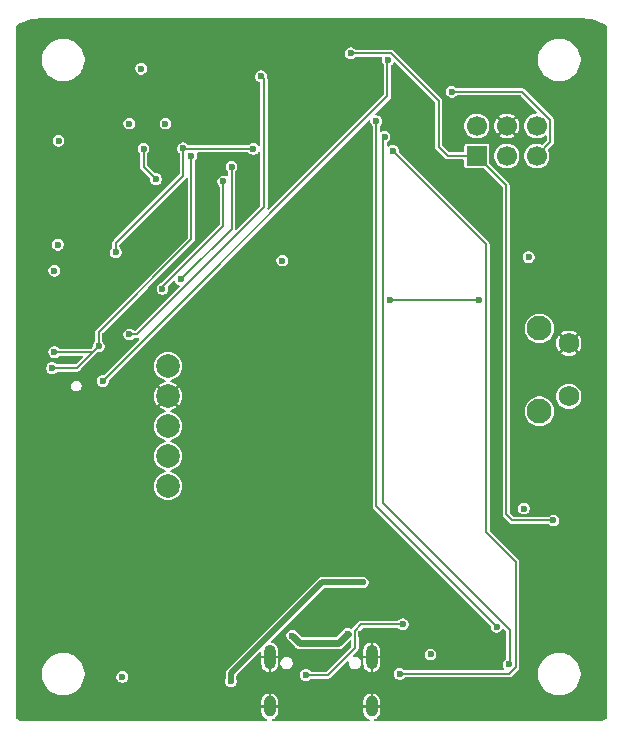
<source format=gbr>
%TF.GenerationSoftware,KiCad,Pcbnew,9.0.4*%
%TF.CreationDate,2025-09-29T13:15:33+05:30*%
%TF.ProjectId,ESP32_Project_1,45535033-325f-4507-926f-6a6563745f31,rev?*%
%TF.SameCoordinates,Original*%
%TF.FileFunction,Copper,L4,Bot*%
%TF.FilePolarity,Positive*%
%FSLAX46Y46*%
G04 Gerber Fmt 4.6, Leading zero omitted, Abs format (unit mm)*
G04 Created by KiCad (PCBNEW 9.0.4) date 2025-09-29 13:15:33*
%MOMM*%
%LPD*%
G01*
G04 APERTURE LIST*
%TA.AperFunction,ComponentPad*%
%ADD10C,2.100000*%
%TD*%
%TA.AperFunction,ComponentPad*%
%ADD11C,1.750000*%
%TD*%
%TA.AperFunction,HeatsinkPad*%
%ADD12C,0.600000*%
%TD*%
%TA.AperFunction,HeatsinkPad*%
%ADD13O,1.000000X2.100000*%
%TD*%
%TA.AperFunction,HeatsinkPad*%
%ADD14O,1.000000X1.800000*%
%TD*%
%TA.AperFunction,ComponentPad*%
%ADD15R,1.700000X1.700000*%
%TD*%
%TA.AperFunction,ComponentPad*%
%ADD16C,1.700000*%
%TD*%
%TA.AperFunction,ComponentPad*%
%ADD17C,2.000000*%
%TD*%
%TA.AperFunction,ViaPad*%
%ADD18C,0.600000*%
%TD*%
%TA.AperFunction,Conductor*%
%ADD19C,0.500000*%
%TD*%
%TA.AperFunction,Conductor*%
%ADD20C,0.200000*%
%TD*%
%TA.AperFunction,Conductor*%
%ADD21C,0.600000*%
%TD*%
G04 APERTURE END LIST*
D10*
%TO.P,SW3,*%
%TO.N,*%
X224310000Y-86750000D03*
X224310000Y-93760000D03*
D11*
%TO.P,SW3,1,A*%
%TO.N,GND*%
X226800000Y-88000000D03*
%TO.P,SW3,2,B*%
%TO.N,/USER_SW*%
X226800000Y-92500000D03*
%TD*%
D12*
%TO.P,U2,41,GND*%
%TO.N,GND*%
X202100000Y-68600000D03*
X202100000Y-70000000D03*
X202800000Y-67900000D03*
X202800000Y-69300000D03*
X202800000Y-70700000D03*
X203500000Y-68600000D03*
X203500000Y-70000000D03*
X204200000Y-67900000D03*
X204200000Y-69300000D03*
X204200000Y-70700000D03*
X204900000Y-68600000D03*
X204900000Y-70000000D03*
%TD*%
D13*
%TO.P,J1,S1,SHIELD*%
%TO.N,GND*%
X201480000Y-114575000D03*
D14*
X201480000Y-118755000D03*
D13*
X210120000Y-114575000D03*
D14*
X210120000Y-118755000D03*
%TD*%
D15*
%TO.P,J2,1,Pin_1*%
%TO.N,/ESP_EN*%
X219020000Y-72140000D03*
D16*
%TO.P,J2,2,Pin_2*%
%TO.N,+3.3V*%
X219020000Y-69600000D03*
%TO.P,J2,3,Pin_3*%
%TO.N,/ESP_TXD*%
X221560000Y-72140000D03*
%TO.P,J2,4,Pin_4*%
%TO.N,GND*%
X221560000Y-69600000D03*
%TO.P,J2,5,Pin_5*%
%TO.N,/ESP_RXD*%
X224100000Y-72140000D03*
%TO.P,J2,6,Pin_6*%
%TO.N,/ESP_IO0*%
X224100000Y-69600000D03*
%TD*%
D17*
%TO.P,DFR_C1,1,Vcc*%
%TO.N,+3.3V*%
X192870000Y-89940075D03*
%TO.P,DFR_C1,2,GND*%
%TO.N,GND*%
X192870000Y-92480075D03*
%TO.P,DFR_C1,3,RX*%
%TO.N,/C4001_RX*%
X192870000Y-95020075D03*
%TO.P,DFR_C1,4,TX*%
%TO.N,/C4001_TX*%
X192870000Y-97560075D03*
%TO.P,DFR_C1,5,OUT*%
%TO.N,unconnected-(DFR_C1-OUT-Pad5)*%
X192870000Y-100100075D03*
%TD*%
D18*
%TO.N,+3.3V*%
X183600000Y-70850000D03*
X190600000Y-64750000D03*
X215100000Y-114350000D03*
X223400000Y-80700000D03*
X183550000Y-79650000D03*
X202550000Y-81000000D03*
X223000000Y-102000000D03*
X183250000Y-81850000D03*
X189000000Y-116250000D03*
X189600000Y-69400000D03*
X192650000Y-69400000D03*
%TO.N,GND*%
X229050000Y-83100000D03*
X183600000Y-69850000D03*
X202534314Y-112965686D03*
X183250000Y-85300000D03*
X205792992Y-112595552D03*
X214250000Y-109200000D03*
X194750000Y-61100000D03*
X189150000Y-61500000D03*
X185100000Y-83800000D03*
X217100000Y-109250000D03*
X209250000Y-112650000D03*
X229000000Y-100500000D03*
X228000000Y-79500000D03*
%TO.N,+5V*%
X209350000Y-108250000D03*
X198200000Y-116600000D03*
%TO.N,/ESP_EN*%
X208351000Y-63449000D03*
X225500000Y-103000000D03*
%TO.N,/USER_SW*%
X211700000Y-84300000D03*
X219200000Y-84300000D03*
%TO.N,/C4001_TX*%
X197550000Y-74300000D03*
X192400000Y-83400000D03*
%TO.N,/C4001_RX*%
X198250000Y-73050000D03*
X193950000Y-82600000D03*
%TO.N,Net-(F1-Pad1)*%
X208100000Y-112600000D03*
X203400000Y-112750000D03*
%TO.N,/CC1*%
X212750000Y-111800000D03*
X204550000Y-116100000D03*
%TO.N,/ESP_RXD*%
X216900000Y-66700000D03*
%TO.N,/SDA*%
X190800000Y-71550000D03*
X191850000Y-74100000D03*
%TO.N,/SCL*%
X200100000Y-71550000D03*
X188450000Y-80300000D03*
X194150000Y-71500000D03*
%TO.N,/MIC_SD*%
X194850000Y-72150000D03*
X187000000Y-88250000D03*
X183050000Y-90100000D03*
X183250000Y-88750000D03*
%TO.N,/MIC_SCK*%
X187350000Y-91200000D03*
X211500000Y-64050000D03*
%TO.N,/MIC_WS*%
X200750000Y-65400000D03*
X189600000Y-87250000D03*
%TO.N,/R_LED*%
X211900000Y-71700000D03*
X212500000Y-116000000D03*
%TO.N,/G_LED*%
X211200000Y-70500000D03*
X221700000Y-115200000D03*
%TO.N,/B_LED*%
X220700000Y-112000000D03*
X210500000Y-69200000D03*
%TD*%
D19*
%TO.N,+5V*%
X205900057Y-108250000D02*
X198200000Y-115950057D01*
X209350000Y-108250000D02*
X205900057Y-108250000D01*
X198200000Y-115950057D02*
X198200000Y-116600000D01*
D20*
%TO.N,/ESP_EN*%
X208351000Y-63449000D02*
X211748943Y-63449000D01*
X211748943Y-63449000D02*
X215800000Y-67500057D01*
X215800000Y-67500057D02*
X215800000Y-71400000D01*
X216540000Y-72140000D02*
X219020000Y-72140000D01*
X221500000Y-97000000D02*
X221500000Y-102500000D01*
X222000000Y-103000000D02*
X225500000Y-103000000D01*
X221500000Y-102500000D02*
X222000000Y-103000000D01*
X215800000Y-71400000D02*
X216540000Y-72140000D01*
X221500000Y-74620000D02*
X221500000Y-97000000D01*
X219020000Y-72140000D02*
X221500000Y-74620000D01*
%TO.N,/USER_SW*%
X211700000Y-84300000D02*
X219200000Y-84300000D01*
%TO.N,/C4001_TX*%
X197550000Y-74300000D02*
X197550000Y-78100000D01*
X192400000Y-83250000D02*
X192400000Y-83400000D01*
X197550000Y-78100000D02*
X192400000Y-83250000D01*
%TO.N,/C4001_RX*%
X198250000Y-73050000D02*
X198250000Y-78300000D01*
X198250000Y-78300000D02*
X193950000Y-82600000D01*
D21*
%TO.N,Net-(F1-Pad1)*%
X208100000Y-112600000D02*
X207303448Y-113396552D01*
X204046552Y-113396552D02*
X203400000Y-112750000D01*
X207303448Y-113396552D02*
X204046552Y-113396552D01*
D20*
%TO.N,/CC1*%
X204550000Y-116100000D02*
X206400000Y-116100000D01*
X209250000Y-111800000D02*
X212750000Y-111800000D01*
X206400000Y-116100000D02*
X208699000Y-113801000D01*
X208699000Y-113801000D02*
X208699000Y-112421768D01*
X208699000Y-112421768D02*
X208700000Y-112420768D01*
X208664616Y-112385384D02*
X209250000Y-111800000D01*
X208700000Y-112420768D02*
X208664616Y-112385384D01*
%TO.N,/ESP_RXD*%
X225251000Y-69123240D02*
X225251000Y-70989000D01*
X216900000Y-66700000D02*
X222827760Y-66700000D01*
X222827760Y-66700000D02*
X225251000Y-69123240D01*
X225251000Y-70989000D02*
X224100000Y-72140000D01*
%TO.N,/SDA*%
X190800000Y-73050000D02*
X190800000Y-71550000D01*
X191850000Y-74100000D02*
X190800000Y-73050000D01*
%TO.N,/SCL*%
X194150000Y-73800000D02*
X194150000Y-71500000D01*
X188450000Y-80300000D02*
X188450000Y-79500000D01*
X188450000Y-79500000D02*
X194150000Y-73800000D01*
X200100000Y-71550000D02*
X194200000Y-71550000D01*
X194200000Y-71550000D02*
X194150000Y-71500000D01*
%TO.N,/MIC_SD*%
X187000000Y-87050000D02*
X194850000Y-79200000D01*
X187000000Y-88250000D02*
X187000000Y-87050000D01*
X186500000Y-88750000D02*
X187000000Y-88250000D01*
X187000000Y-88250000D02*
X185225000Y-90025000D01*
X185225000Y-90025000D02*
X185150000Y-90100000D01*
X185150000Y-90100000D02*
X183050000Y-90100000D01*
X194850000Y-79200000D02*
X194850000Y-72150000D01*
X183250000Y-88750000D02*
X186500000Y-88750000D01*
%TO.N,/MIC_SCK*%
X211450000Y-64100000D02*
X211450000Y-67100000D01*
X211450000Y-67100000D02*
X187350000Y-91200000D01*
X211500000Y-64050000D02*
X211450000Y-64100000D01*
%TO.N,/MIC_WS*%
X200750000Y-65400000D02*
X201000000Y-65650000D01*
X190250000Y-87250000D02*
X189600000Y-87250000D01*
X201000000Y-65650000D02*
X201000000Y-76500000D01*
X201000000Y-76500000D02*
X190250000Y-87250000D01*
%TO.N,/R_LED*%
X211900000Y-71700000D02*
X219801000Y-79601000D01*
X222301000Y-106499000D02*
X222301000Y-115448943D01*
X219801000Y-103999000D02*
X222301000Y-106499000D01*
X221749943Y-116000000D02*
X212500000Y-116000000D01*
X219801000Y-79601000D02*
X219801000Y-103999000D01*
X222301000Y-115448943D02*
X221749943Y-116000000D01*
%TO.N,/G_LED*%
X211099000Y-70601000D02*
X211200000Y-70500000D01*
X211099000Y-101549057D02*
X211099000Y-70601000D01*
X221800000Y-112250057D02*
X211099000Y-101549057D01*
X221700000Y-115200000D02*
X221800000Y-115100000D01*
X221800000Y-115100000D02*
X221800000Y-112250057D01*
%TO.N,/B_LED*%
X210500000Y-101800000D02*
X220700000Y-112000000D01*
X210500000Y-69200000D02*
X210500000Y-101800000D01*
%TD*%
%TA.AperFunction,Conductor*%
%TO.N,GND*%
G36*
X228002421Y-60500619D02*
G01*
X228031158Y-60502030D01*
X228338173Y-60517113D01*
X228347815Y-60518063D01*
X228677915Y-60567029D01*
X228687421Y-60568919D01*
X229011144Y-60650008D01*
X229020415Y-60652820D01*
X229334625Y-60765246D01*
X229343594Y-60768961D01*
X229645263Y-60911640D01*
X229653826Y-60916218D01*
X229940042Y-61087769D01*
X229948118Y-61093165D01*
X229959972Y-61101956D01*
X229995450Y-61151805D01*
X230000000Y-61181475D01*
X230000000Y-119718525D01*
X229981093Y-119776716D01*
X229959975Y-119798041D01*
X229948120Y-119806833D01*
X229940049Y-119812226D01*
X229653826Y-119983781D01*
X229645273Y-119988354D01*
X229642413Y-119989707D01*
X229640761Y-119990488D01*
X229598420Y-120000000D01*
X210406883Y-120000000D01*
X210348692Y-119981093D01*
X210312728Y-119931593D01*
X210312728Y-119870407D01*
X210348692Y-119820907D01*
X210368998Y-119809536D01*
X210451571Y-119775333D01*
X210566220Y-119698728D01*
X210663728Y-119601220D01*
X210740333Y-119486571D01*
X210793098Y-119359183D01*
X210819999Y-119223944D01*
X210820000Y-119223942D01*
X210820000Y-118855001D01*
X210819999Y-118855000D01*
X210420000Y-118855000D01*
X210420000Y-118655000D01*
X210819999Y-118655000D01*
X210820000Y-118654999D01*
X210820000Y-118286057D01*
X210819999Y-118286055D01*
X210793098Y-118150816D01*
X210740333Y-118023428D01*
X210663728Y-117908779D01*
X210566220Y-117811271D01*
X210451571Y-117734666D01*
X210324182Y-117681901D01*
X210220000Y-117661177D01*
X210220000Y-118071211D01*
X210159496Y-118055000D01*
X210080504Y-118055000D01*
X210020000Y-118071211D01*
X210020000Y-117661177D01*
X209915817Y-117681901D01*
X209788428Y-117734666D01*
X209673779Y-117811271D01*
X209576271Y-117908779D01*
X209499666Y-118023428D01*
X209446901Y-118150816D01*
X209420000Y-118286055D01*
X209420000Y-118654999D01*
X209420001Y-118655000D01*
X209820000Y-118655000D01*
X209820000Y-118855000D01*
X209420001Y-118855000D01*
X209420000Y-118855001D01*
X209420000Y-119223944D01*
X209446901Y-119359183D01*
X209499666Y-119486571D01*
X209576271Y-119601220D01*
X209673779Y-119698728D01*
X209788428Y-119775333D01*
X209871002Y-119809536D01*
X209917528Y-119849272D01*
X209931812Y-119908767D01*
X209908398Y-119965295D01*
X209856229Y-119997264D01*
X209833117Y-120000000D01*
X201766883Y-120000000D01*
X201708692Y-119981093D01*
X201672728Y-119931593D01*
X201672728Y-119870407D01*
X201708692Y-119820907D01*
X201728998Y-119809536D01*
X201811571Y-119775333D01*
X201926220Y-119698728D01*
X202023728Y-119601220D01*
X202100333Y-119486571D01*
X202153098Y-119359183D01*
X202179999Y-119223944D01*
X202180000Y-119223942D01*
X202180000Y-118855001D01*
X202179999Y-118855000D01*
X201780000Y-118855000D01*
X201780000Y-118655000D01*
X202179999Y-118655000D01*
X202180000Y-118654999D01*
X202180000Y-118286057D01*
X202179999Y-118286055D01*
X202153098Y-118150816D01*
X202100333Y-118023428D01*
X202023728Y-117908779D01*
X201926220Y-117811271D01*
X201811571Y-117734666D01*
X201684182Y-117681901D01*
X201580000Y-117661177D01*
X201580000Y-118071211D01*
X201519496Y-118055000D01*
X201440504Y-118055000D01*
X201380000Y-118071211D01*
X201380000Y-117661177D01*
X201275817Y-117681901D01*
X201148428Y-117734666D01*
X201033779Y-117811271D01*
X200936271Y-117908779D01*
X200859666Y-118023428D01*
X200806901Y-118150816D01*
X200780000Y-118286055D01*
X200780000Y-118654999D01*
X200780001Y-118655000D01*
X201180000Y-118655000D01*
X201180000Y-118855000D01*
X200780001Y-118855000D01*
X200780000Y-118855001D01*
X200780000Y-119223944D01*
X200806901Y-119359183D01*
X200859666Y-119486571D01*
X200936271Y-119601220D01*
X201033779Y-119698728D01*
X201148428Y-119775333D01*
X201231002Y-119809536D01*
X201277528Y-119849272D01*
X201291812Y-119908767D01*
X201268398Y-119965295D01*
X201216229Y-119997264D01*
X201193117Y-120000000D01*
X180401580Y-120000000D01*
X180359245Y-119990491D01*
X180354734Y-119988357D01*
X180346173Y-119983781D01*
X180059950Y-119812226D01*
X180051874Y-119806830D01*
X180040024Y-119798041D01*
X180004549Y-119748190D01*
X180000000Y-119718525D01*
X180000000Y-115881989D01*
X182199500Y-115881989D01*
X182199500Y-116118011D01*
X182224421Y-116307309D01*
X182230306Y-116352006D01*
X182230306Y-116352011D01*
X182291393Y-116579992D01*
X182381713Y-116798044D01*
X182381716Y-116798049D01*
X182440577Y-116900000D01*
X182499729Y-117002453D01*
X182643402Y-117189692D01*
X182643404Y-117189694D01*
X182643408Y-117189699D01*
X182810301Y-117356592D01*
X182810305Y-117356595D01*
X182810307Y-117356597D01*
X182981546Y-117487993D01*
X182997550Y-117500273D01*
X183201951Y-117618284D01*
X183201952Y-117618284D01*
X183201955Y-117618286D01*
X183420007Y-117708606D01*
X183647986Y-117769693D01*
X183881989Y-117800500D01*
X183881990Y-117800500D01*
X184118010Y-117800500D01*
X184118011Y-117800500D01*
X184352014Y-117769693D01*
X184579993Y-117708606D01*
X184798049Y-117618284D01*
X185002450Y-117500273D01*
X185189699Y-117356592D01*
X185356592Y-117189699D01*
X185500273Y-117002450D01*
X185618284Y-116798049D01*
X185708606Y-116579993D01*
X185769693Y-116352014D01*
X185791798Y-116184108D01*
X188499500Y-116184108D01*
X188499500Y-116315892D01*
X188522171Y-116400502D01*
X188533609Y-116443190D01*
X188599496Y-116557309D01*
X188599498Y-116557311D01*
X188599500Y-116557314D01*
X188692686Y-116650500D01*
X188692688Y-116650501D01*
X188692690Y-116650503D01*
X188806810Y-116716390D01*
X188806808Y-116716390D01*
X188806812Y-116716391D01*
X188806814Y-116716392D01*
X188934108Y-116750500D01*
X188934110Y-116750500D01*
X189065890Y-116750500D01*
X189065892Y-116750500D01*
X189193186Y-116716392D01*
X189193188Y-116716390D01*
X189193190Y-116716390D01*
X189307309Y-116650503D01*
X189307309Y-116650502D01*
X189307314Y-116650500D01*
X189400500Y-116557314D01*
X189409633Y-116541495D01*
X189413898Y-116534108D01*
X197699500Y-116534108D01*
X197699500Y-116665892D01*
X197729579Y-116778151D01*
X197733609Y-116793190D01*
X197799496Y-116907309D01*
X197799498Y-116907311D01*
X197799500Y-116907314D01*
X197892686Y-117000500D01*
X197892688Y-117000501D01*
X197892690Y-117000503D01*
X198006810Y-117066390D01*
X198006808Y-117066390D01*
X198006812Y-117066391D01*
X198006814Y-117066392D01*
X198134108Y-117100500D01*
X198134110Y-117100500D01*
X198265890Y-117100500D01*
X198265892Y-117100500D01*
X198393186Y-117066392D01*
X198393188Y-117066390D01*
X198393190Y-117066390D01*
X198507309Y-117000503D01*
X198507309Y-117000502D01*
X198507314Y-117000500D01*
X198600500Y-116907314D01*
X198642766Y-116834108D01*
X198666390Y-116793190D01*
X198666390Y-116793188D01*
X198666392Y-116793186D01*
X198700500Y-116665892D01*
X198700500Y-116534108D01*
X198666392Y-116406814D01*
X198663761Y-116402258D01*
X198650500Y-116352761D01*
X198650500Y-116177668D01*
X198669407Y-116119477D01*
X198679496Y-116107664D01*
X200610996Y-114176164D01*
X200665513Y-114148387D01*
X200725945Y-114157958D01*
X200769210Y-114201223D01*
X200780000Y-114246168D01*
X200780000Y-114474999D01*
X200780001Y-114475000D01*
X201180000Y-114475000D01*
X201180000Y-114675000D01*
X200780001Y-114675000D01*
X200780000Y-114675001D01*
X200780000Y-115193944D01*
X200806901Y-115329183D01*
X200859666Y-115456571D01*
X200936271Y-115571220D01*
X201033779Y-115668728D01*
X201148428Y-115745333D01*
X201275817Y-115798098D01*
X201380000Y-115818822D01*
X201380000Y-115408788D01*
X201440504Y-115425000D01*
X201519496Y-115425000D01*
X201580000Y-115408788D01*
X201580000Y-115818821D01*
X201684181Y-115798098D01*
X201684183Y-115798098D01*
X201811571Y-115745333D01*
X201926220Y-115668728D01*
X202023728Y-115571220D01*
X202100333Y-115456571D01*
X202153098Y-115329183D01*
X202179999Y-115193944D01*
X202180000Y-115193942D01*
X202180000Y-115005817D01*
X202384500Y-115005817D01*
X202384500Y-115144183D01*
X202420312Y-115277836D01*
X202489495Y-115397665D01*
X202587335Y-115495505D01*
X202707164Y-115564688D01*
X202840817Y-115600500D01*
X202840819Y-115600500D01*
X202979181Y-115600500D01*
X202979183Y-115600500D01*
X203112836Y-115564688D01*
X203232665Y-115495505D01*
X203330505Y-115397665D01*
X203399688Y-115277836D01*
X203435500Y-115144183D01*
X203435500Y-115005817D01*
X203399688Y-114872164D01*
X203330505Y-114752335D01*
X203232665Y-114654495D01*
X203112836Y-114585312D01*
X202979183Y-114549500D01*
X202840817Y-114549500D01*
X202707164Y-114585312D01*
X202587335Y-114654495D01*
X202489495Y-114752335D01*
X202420312Y-114872164D01*
X202384500Y-115005817D01*
X202180000Y-115005817D01*
X202180000Y-114675001D01*
X202179999Y-114675000D01*
X201780000Y-114675000D01*
X201780000Y-114475000D01*
X202179999Y-114475000D01*
X202180000Y-114474999D01*
X202180000Y-113956057D01*
X202179999Y-113956055D01*
X202153098Y-113820816D01*
X202100333Y-113693428D01*
X202023728Y-113578779D01*
X201926220Y-113481271D01*
X201811571Y-113404666D01*
X201684182Y-113351901D01*
X201658215Y-113346736D01*
X201604831Y-113316839D01*
X201579215Y-113261274D01*
X201591152Y-113201264D01*
X201607521Y-113179638D01*
X202103051Y-112684108D01*
X202899500Y-112684108D01*
X202899500Y-112815892D01*
X202915913Y-112877145D01*
X202933609Y-112943190D01*
X202999496Y-113057309D01*
X202999497Y-113057310D01*
X202999498Y-113057311D01*
X202999500Y-113057314D01*
X203646052Y-113703866D01*
X203646051Y-113703866D01*
X203739237Y-113797051D01*
X203739242Y-113797055D01*
X203853362Y-113862942D01*
X203853360Y-113862942D01*
X203853364Y-113862943D01*
X203853366Y-113862944D01*
X203980660Y-113897052D01*
X203980662Y-113897052D01*
X207369338Y-113897052D01*
X207369340Y-113897052D01*
X207496634Y-113862944D01*
X207496636Y-113862942D01*
X207496638Y-113862942D01*
X207610757Y-113797055D01*
X207610757Y-113797054D01*
X207610762Y-113797052D01*
X208229498Y-113178315D01*
X208284013Y-113150540D01*
X208344445Y-113160111D01*
X208387710Y-113203376D01*
X208398500Y-113248321D01*
X208398500Y-113635521D01*
X208379593Y-113693712D01*
X208369504Y-113705525D01*
X206304525Y-115770504D01*
X206250008Y-115798281D01*
X206234521Y-115799500D01*
X204998321Y-115799500D01*
X204940130Y-115780593D01*
X204928323Y-115770509D01*
X204857314Y-115699500D01*
X204857311Y-115699498D01*
X204857309Y-115699496D01*
X204743189Y-115633609D01*
X204743191Y-115633609D01*
X204693799Y-115620375D01*
X204615892Y-115599500D01*
X204484108Y-115599500D01*
X204406200Y-115620375D01*
X204356809Y-115633609D01*
X204242690Y-115699496D01*
X204149496Y-115792690D01*
X204083609Y-115906809D01*
X204076294Y-115934109D01*
X204049500Y-116034108D01*
X204049500Y-116165892D01*
X204069480Y-116240460D01*
X204083609Y-116293190D01*
X204149496Y-116407309D01*
X204149498Y-116407311D01*
X204149500Y-116407314D01*
X204242686Y-116500500D01*
X204242688Y-116500501D01*
X204242690Y-116500503D01*
X204356810Y-116566390D01*
X204356808Y-116566390D01*
X204356812Y-116566391D01*
X204356814Y-116566392D01*
X204484108Y-116600500D01*
X204484110Y-116600500D01*
X204615890Y-116600500D01*
X204615892Y-116600500D01*
X204743186Y-116566392D01*
X204743188Y-116566390D01*
X204743190Y-116566390D01*
X204857309Y-116500503D01*
X204857309Y-116500502D01*
X204857314Y-116500500D01*
X204928319Y-116429494D01*
X204982834Y-116401719D01*
X204998321Y-116400500D01*
X206439563Y-116400500D01*
X206439563Y-116400499D01*
X206515989Y-116380021D01*
X206584511Y-116340460D01*
X206640460Y-116284511D01*
X207995498Y-114929472D01*
X208050013Y-114901697D01*
X208110445Y-114911268D01*
X208153710Y-114954533D01*
X208164500Y-114999478D01*
X208164500Y-115005817D01*
X208164500Y-115144183D01*
X208200312Y-115277836D01*
X208269495Y-115397665D01*
X208367335Y-115495505D01*
X208487164Y-115564688D01*
X208620817Y-115600500D01*
X208620819Y-115600500D01*
X208759181Y-115600500D01*
X208759183Y-115600500D01*
X208892836Y-115564688D01*
X209012665Y-115495505D01*
X209110505Y-115397665D01*
X209179688Y-115277836D01*
X209215500Y-115144183D01*
X209215500Y-115005817D01*
X209179688Y-114872164D01*
X209110505Y-114752335D01*
X209012665Y-114654495D01*
X208892836Y-114585312D01*
X208759183Y-114549500D01*
X208620817Y-114549500D01*
X208614478Y-114549500D01*
X208556287Y-114530593D01*
X208520323Y-114481093D01*
X208520323Y-114419907D01*
X208544472Y-114380498D01*
X208939460Y-113985511D01*
X208952642Y-113962679D01*
X208956467Y-113956055D01*
X209420000Y-113956055D01*
X209420000Y-114474999D01*
X209420001Y-114475000D01*
X209820000Y-114475000D01*
X209820000Y-114675000D01*
X209420001Y-114675000D01*
X209420000Y-114675001D01*
X209420000Y-115193944D01*
X209446901Y-115329183D01*
X209499666Y-115456571D01*
X209576271Y-115571220D01*
X209673779Y-115668728D01*
X209788428Y-115745333D01*
X209915817Y-115798098D01*
X210020000Y-115818822D01*
X210020000Y-115408788D01*
X210080504Y-115425000D01*
X210159496Y-115425000D01*
X210220000Y-115408788D01*
X210220000Y-115818821D01*
X210324181Y-115798098D01*
X210324183Y-115798098D01*
X210451571Y-115745333D01*
X210566220Y-115668728D01*
X210663728Y-115571220D01*
X210740333Y-115456571D01*
X210793098Y-115329183D01*
X210819999Y-115193944D01*
X210820000Y-115193942D01*
X210820000Y-114675001D01*
X210819999Y-114675000D01*
X210420000Y-114675000D01*
X210420000Y-114475000D01*
X210819999Y-114475000D01*
X210820000Y-114474999D01*
X210820000Y-114284108D01*
X214599500Y-114284108D01*
X214599500Y-114415892D01*
X214621963Y-114499727D01*
X214633609Y-114543190D01*
X214699496Y-114657309D01*
X214699498Y-114657311D01*
X214699500Y-114657314D01*
X214792686Y-114750500D01*
X214792688Y-114750501D01*
X214792690Y-114750503D01*
X214906810Y-114816390D01*
X214906808Y-114816390D01*
X214906812Y-114816391D01*
X214906814Y-114816392D01*
X215034108Y-114850500D01*
X215034110Y-114850500D01*
X215165890Y-114850500D01*
X215165892Y-114850500D01*
X215293186Y-114816392D01*
X215293188Y-114816390D01*
X215293190Y-114816390D01*
X215407309Y-114750503D01*
X215407309Y-114750502D01*
X215407314Y-114750500D01*
X215500500Y-114657314D01*
X215508532Y-114643402D01*
X215566390Y-114543190D01*
X215566390Y-114543188D01*
X215566392Y-114543186D01*
X215600500Y-114415892D01*
X215600500Y-114284108D01*
X215566392Y-114156814D01*
X215566390Y-114156811D01*
X215566390Y-114156809D01*
X215500503Y-114042690D01*
X215500501Y-114042688D01*
X215500500Y-114042686D01*
X215407314Y-113949500D01*
X215407311Y-113949498D01*
X215407309Y-113949496D01*
X215293189Y-113883609D01*
X215293191Y-113883609D01*
X215243799Y-113870375D01*
X215165892Y-113849500D01*
X215034108Y-113849500D01*
X214956200Y-113870375D01*
X214906809Y-113883609D01*
X214792690Y-113949496D01*
X214699496Y-114042690D01*
X214633609Y-114156809D01*
X214633608Y-114156814D01*
X214599500Y-114284108D01*
X210820000Y-114284108D01*
X210820000Y-113956057D01*
X210819999Y-113956055D01*
X210793098Y-113820816D01*
X210740333Y-113693428D01*
X210663728Y-113578779D01*
X210566220Y-113481271D01*
X210451571Y-113404666D01*
X210324182Y-113351901D01*
X210220000Y-113331177D01*
X210220000Y-113741211D01*
X210159496Y-113725000D01*
X210080504Y-113725000D01*
X210020000Y-113741211D01*
X210020000Y-113331177D01*
X209915817Y-113351901D01*
X209788428Y-113404666D01*
X209673779Y-113481271D01*
X209576271Y-113578779D01*
X209499666Y-113693428D01*
X209446901Y-113820816D01*
X209420000Y-113956055D01*
X208956467Y-113956055D01*
X208960252Y-113949499D01*
X208967376Y-113937158D01*
X208979021Y-113916989D01*
X208999500Y-113840562D01*
X208999500Y-112516479D01*
X209018407Y-112458288D01*
X209028496Y-112446475D01*
X209345475Y-112129496D01*
X209399992Y-112101719D01*
X209415479Y-112100500D01*
X212301679Y-112100500D01*
X212359870Y-112119407D01*
X212371676Y-112129490D01*
X212442686Y-112200500D01*
X212442688Y-112200501D01*
X212442690Y-112200503D01*
X212556810Y-112266390D01*
X212556808Y-112266390D01*
X212556812Y-112266391D01*
X212556814Y-112266392D01*
X212684108Y-112300500D01*
X212684110Y-112300500D01*
X212815890Y-112300500D01*
X212815892Y-112300500D01*
X212943186Y-112266392D01*
X212943188Y-112266390D01*
X212943190Y-112266390D01*
X213057309Y-112200503D01*
X213057309Y-112200502D01*
X213057314Y-112200500D01*
X213150500Y-112107314D01*
X213154434Y-112100500D01*
X213216390Y-111993190D01*
X213216390Y-111993188D01*
X213216392Y-111993186D01*
X213250500Y-111865892D01*
X213250500Y-111734108D01*
X213216392Y-111606814D01*
X213216390Y-111606811D01*
X213216390Y-111606809D01*
X213150503Y-111492690D01*
X213150501Y-111492688D01*
X213150500Y-111492686D01*
X213057314Y-111399500D01*
X213057311Y-111399498D01*
X213057309Y-111399496D01*
X212943189Y-111333609D01*
X212943191Y-111333609D01*
X212893799Y-111320375D01*
X212815892Y-111299500D01*
X212684108Y-111299500D01*
X212606200Y-111320375D01*
X212556809Y-111333609D01*
X212442690Y-111399496D01*
X212442689Y-111399497D01*
X212442686Y-111399499D01*
X212442686Y-111399500D01*
X212371680Y-111470505D01*
X212317166Y-111498281D01*
X212301679Y-111499500D01*
X209210435Y-111499500D01*
X209134012Y-111519978D01*
X209110405Y-111533608D01*
X209110404Y-111533607D01*
X209065490Y-111559539D01*
X208480105Y-112144924D01*
X208480100Y-112144928D01*
X208472572Y-112152455D01*
X208418054Y-112180229D01*
X208357622Y-112170654D01*
X208353085Y-112168190D01*
X208293186Y-112133608D01*
X208165893Y-112099500D01*
X208034108Y-112099500D01*
X207959813Y-112119407D01*
X207906809Y-112133609D01*
X207792690Y-112199496D01*
X207125130Y-112867056D01*
X207070613Y-112894833D01*
X207055126Y-112896052D01*
X204294874Y-112896052D01*
X204236683Y-112877145D01*
X204224870Y-112867056D01*
X204041922Y-112684108D01*
X203707314Y-112349500D01*
X203707311Y-112349498D01*
X203707310Y-112349497D01*
X203707309Y-112349496D01*
X203593189Y-112283609D01*
X203593191Y-112283609D01*
X203528927Y-112266390D01*
X203465892Y-112249500D01*
X203334108Y-112249500D01*
X203271073Y-112266390D01*
X203206809Y-112283609D01*
X203092690Y-112349496D01*
X202999496Y-112442690D01*
X202933609Y-112556809D01*
X202933608Y-112556814D01*
X202899500Y-112684108D01*
X202103051Y-112684108D01*
X206057664Y-108729496D01*
X206112181Y-108701719D01*
X206127668Y-108700500D01*
X209102761Y-108700500D01*
X209152258Y-108713761D01*
X209156814Y-108716392D01*
X209284108Y-108750500D01*
X209284110Y-108750500D01*
X209415890Y-108750500D01*
X209415892Y-108750500D01*
X209543186Y-108716392D01*
X209543188Y-108716390D01*
X209543190Y-108716390D01*
X209657309Y-108650503D01*
X209657309Y-108650502D01*
X209657314Y-108650500D01*
X209750500Y-108557314D01*
X209816392Y-108443186D01*
X209850500Y-108315892D01*
X209850500Y-108184108D01*
X209816392Y-108056814D01*
X209816390Y-108056811D01*
X209816390Y-108056809D01*
X209750503Y-107942690D01*
X209750501Y-107942688D01*
X209750500Y-107942686D01*
X209657314Y-107849500D01*
X209657311Y-107849498D01*
X209657309Y-107849496D01*
X209543189Y-107783609D01*
X209543191Y-107783609D01*
X209493799Y-107770375D01*
X209415892Y-107749500D01*
X209284108Y-107749500D01*
X209199245Y-107772238D01*
X209156813Y-107783608D01*
X209152259Y-107786238D01*
X209102761Y-107799500D01*
X205840748Y-107799500D01*
X205795565Y-107811606D01*
X205750382Y-107823713D01*
X205750381Y-107823712D01*
X205726169Y-107830201D01*
X205726166Y-107830202D01*
X205623447Y-107889507D01*
X197839507Y-115673447D01*
X197780202Y-115776167D01*
X197780201Y-115776169D01*
X197780201Y-115776170D01*
X197780201Y-115776171D01*
X197751848Y-115881987D01*
X197749500Y-115890749D01*
X197749500Y-116352761D01*
X197745276Y-116368524D01*
X197745685Y-116379979D01*
X197742332Y-116391701D01*
X197733608Y-116406814D01*
X197699500Y-116534108D01*
X189413898Y-116534108D01*
X189446224Y-116478119D01*
X189466390Y-116443190D01*
X189466390Y-116443188D01*
X189466392Y-116443186D01*
X189500500Y-116315892D01*
X189500500Y-116184108D01*
X189466392Y-116056814D01*
X189466390Y-116056811D01*
X189466390Y-116056809D01*
X189400503Y-115942690D01*
X189400501Y-115942688D01*
X189400500Y-115942686D01*
X189307314Y-115849500D01*
X189307311Y-115849498D01*
X189307309Y-115849496D01*
X189193189Y-115783609D01*
X189193191Y-115783609D01*
X189143799Y-115770375D01*
X189065892Y-115749500D01*
X188934108Y-115749500D01*
X188856200Y-115770375D01*
X188806809Y-115783609D01*
X188692690Y-115849496D01*
X188599496Y-115942690D01*
X188533609Y-116056809D01*
X188519983Y-116107664D01*
X188499500Y-116184108D01*
X185791798Y-116184108D01*
X185792646Y-116177668D01*
X185794354Y-116164697D01*
X185794354Y-116164696D01*
X185798045Y-116136660D01*
X185800500Y-116118011D01*
X185800500Y-115881989D01*
X185769693Y-115647986D01*
X185708606Y-115420007D01*
X185685846Y-115365060D01*
X185618286Y-115201955D01*
X185596659Y-115164496D01*
X185500273Y-114997550D01*
X185361266Y-114816392D01*
X185356597Y-114810307D01*
X185356595Y-114810305D01*
X185356592Y-114810301D01*
X185189699Y-114643408D01*
X185189694Y-114643404D01*
X185189692Y-114643402D01*
X185002453Y-114499729D01*
X184959621Y-114475000D01*
X184798049Y-114381716D01*
X184798044Y-114381713D01*
X184579992Y-114291393D01*
X184411208Y-114246168D01*
X184352014Y-114230307D01*
X184352011Y-114230306D01*
X184352009Y-114230306D01*
X184118012Y-114199500D01*
X184118011Y-114199500D01*
X183881989Y-114199500D01*
X183881987Y-114199500D01*
X183647993Y-114230306D01*
X183647988Y-114230306D01*
X183420007Y-114291393D01*
X183201955Y-114381713D01*
X182997546Y-114499729D01*
X182810307Y-114643402D01*
X182643402Y-114810307D01*
X182499729Y-114997546D01*
X182381713Y-115201955D01*
X182291393Y-115420007D01*
X182230306Y-115647988D01*
X182230306Y-115647993D01*
X182209143Y-115808746D01*
X182199500Y-115881989D01*
X180000000Y-115881989D01*
X180000000Y-91542691D01*
X184649500Y-91542691D01*
X184649500Y-91661309D01*
X184660639Y-91702879D01*
X184680202Y-91775890D01*
X184739507Y-91878608D01*
X184739509Y-91878610D01*
X184739511Y-91878613D01*
X184823387Y-91962489D01*
X184823389Y-91962490D01*
X184823391Y-91962492D01*
X184926110Y-92021797D01*
X184926111Y-92021797D01*
X184926114Y-92021799D01*
X185040691Y-92052500D01*
X185040693Y-92052500D01*
X185159307Y-92052500D01*
X185159309Y-92052500D01*
X185273886Y-92021799D01*
X185273888Y-92021797D01*
X185273890Y-92021797D01*
X185376608Y-91962492D01*
X185376608Y-91962491D01*
X185376613Y-91962489D01*
X185460489Y-91878613D01*
X185519799Y-91775886D01*
X185550500Y-91661309D01*
X185550500Y-91542691D01*
X185519799Y-91428114D01*
X185519797Y-91428111D01*
X185519797Y-91428109D01*
X185460492Y-91325391D01*
X185460490Y-91325389D01*
X185460489Y-91325387D01*
X185376613Y-91241511D01*
X185376610Y-91241509D01*
X185376608Y-91241507D01*
X185273889Y-91182202D01*
X185273890Y-91182202D01*
X185260351Y-91178574D01*
X185159309Y-91151500D01*
X185040691Y-91151500D01*
X184988525Y-91165478D01*
X184926109Y-91182202D01*
X184823391Y-91241507D01*
X184739507Y-91325391D01*
X184680202Y-91428109D01*
X184673334Y-91453742D01*
X184649500Y-91542691D01*
X180000000Y-91542691D01*
X180000000Y-90034108D01*
X182549500Y-90034108D01*
X182549500Y-90165892D01*
X182564318Y-90221193D01*
X182583609Y-90293190D01*
X182649496Y-90407309D01*
X182649498Y-90407311D01*
X182649500Y-90407314D01*
X182742686Y-90500500D01*
X182742688Y-90500501D01*
X182742690Y-90500503D01*
X182856810Y-90566390D01*
X182856808Y-90566390D01*
X182856812Y-90566391D01*
X182856814Y-90566392D01*
X182984108Y-90600500D01*
X182984110Y-90600500D01*
X183115890Y-90600500D01*
X183115892Y-90600500D01*
X183243186Y-90566392D01*
X183243188Y-90566390D01*
X183243190Y-90566390D01*
X183357309Y-90500503D01*
X183357309Y-90500502D01*
X183357314Y-90500500D01*
X183428319Y-90429494D01*
X183482834Y-90401719D01*
X183498321Y-90400500D01*
X185189563Y-90400500D01*
X185189563Y-90400499D01*
X185265989Y-90380021D01*
X185334511Y-90340460D01*
X185390460Y-90284511D01*
X185465460Y-90209511D01*
X186895474Y-88779495D01*
X186949991Y-88751719D01*
X186965478Y-88750500D01*
X187065890Y-88750500D01*
X187065892Y-88750500D01*
X187193186Y-88716392D01*
X187193188Y-88716390D01*
X187193190Y-88716390D01*
X187307309Y-88650503D01*
X187307309Y-88650502D01*
X187307314Y-88650500D01*
X187400500Y-88557314D01*
X187436477Y-88495000D01*
X187466390Y-88443190D01*
X187466390Y-88443188D01*
X187466392Y-88443186D01*
X187500500Y-88315892D01*
X187500500Y-88184108D01*
X187466392Y-88056814D01*
X187466390Y-88056811D01*
X187466390Y-88056809D01*
X187400503Y-87942690D01*
X187400501Y-87942688D01*
X187400500Y-87942686D01*
X187329494Y-87871680D01*
X187301719Y-87817166D01*
X187300500Y-87801679D01*
X187300500Y-87215479D01*
X187319407Y-87157288D01*
X187329496Y-87145475D01*
X191140866Y-83334105D01*
X195090460Y-79384511D01*
X195099109Y-79369531D01*
X195130021Y-79315989D01*
X195150500Y-79239562D01*
X195150500Y-72598321D01*
X195169407Y-72540130D01*
X195179490Y-72528323D01*
X195250500Y-72457314D01*
X195272031Y-72420021D01*
X195316390Y-72343190D01*
X195316390Y-72343188D01*
X195316392Y-72343186D01*
X195350500Y-72215892D01*
X195350500Y-72084108D01*
X195321297Y-71975120D01*
X195324500Y-71914022D01*
X195363005Y-71866472D01*
X195416924Y-71850500D01*
X199651679Y-71850500D01*
X199709870Y-71869407D01*
X199721676Y-71879490D01*
X199792686Y-71950500D01*
X199792688Y-71950501D01*
X199792690Y-71950503D01*
X199906810Y-72016390D01*
X199906808Y-72016390D01*
X199906812Y-72016391D01*
X199906814Y-72016392D01*
X200034108Y-72050500D01*
X200034110Y-72050500D01*
X200165890Y-72050500D01*
X200165892Y-72050500D01*
X200293186Y-72016392D01*
X200293188Y-72016390D01*
X200293190Y-72016390D01*
X200407309Y-71950503D01*
X200407309Y-71950502D01*
X200407314Y-71950500D01*
X200500500Y-71857314D01*
X200514763Y-71832608D01*
X200560233Y-71791668D01*
X200621083Y-71785272D01*
X200674071Y-71815865D01*
X200698958Y-71871760D01*
X200699500Y-71882109D01*
X200699500Y-76334521D01*
X200680593Y-76392712D01*
X200670504Y-76404525D01*
X198719504Y-78355525D01*
X198664987Y-78383302D01*
X198604555Y-78373731D01*
X198561290Y-78330466D01*
X198550500Y-78285521D01*
X198550500Y-73498321D01*
X198569407Y-73440130D01*
X198579490Y-73428323D01*
X198650500Y-73357314D01*
X198716392Y-73243186D01*
X198750500Y-73115892D01*
X198750500Y-72984108D01*
X198716392Y-72856814D01*
X198716390Y-72856811D01*
X198716390Y-72856809D01*
X198650503Y-72742690D01*
X198650501Y-72742688D01*
X198650500Y-72742686D01*
X198557314Y-72649500D01*
X198557311Y-72649498D01*
X198557309Y-72649496D01*
X198443189Y-72583609D01*
X198443191Y-72583609D01*
X198393799Y-72570375D01*
X198315892Y-72549500D01*
X198184108Y-72549500D01*
X198106200Y-72570375D01*
X198056809Y-72583609D01*
X197942690Y-72649496D01*
X197849496Y-72742690D01*
X197783609Y-72856809D01*
X197783608Y-72856814D01*
X197749500Y-72984108D01*
X197749500Y-73115892D01*
X197769491Y-73190499D01*
X197783609Y-73243190D01*
X197849496Y-73357309D01*
X197849498Y-73357311D01*
X197849500Y-73357314D01*
X197920505Y-73428319D01*
X197948281Y-73482834D01*
X197949500Y-73498321D01*
X197949500Y-73781250D01*
X197930593Y-73839441D01*
X197881093Y-73875405D01*
X197819907Y-73875405D01*
X197801000Y-73866987D01*
X197743187Y-73833608D01*
X197700754Y-73822238D01*
X197615892Y-73799500D01*
X197484108Y-73799500D01*
X197406200Y-73820375D01*
X197356809Y-73833609D01*
X197242690Y-73899496D01*
X197149496Y-73992690D01*
X197083609Y-74106809D01*
X197083608Y-74106814D01*
X197049500Y-74234108D01*
X197049500Y-74365892D01*
X197060598Y-74407309D01*
X197083609Y-74493190D01*
X197149496Y-74607309D01*
X197149498Y-74607311D01*
X197149500Y-74607314D01*
X197220505Y-74678319D01*
X197248281Y-74732834D01*
X197249500Y-74748321D01*
X197249500Y-77934520D01*
X197230593Y-77992711D01*
X197220504Y-78004524D01*
X192341144Y-82883883D01*
X192296764Y-82909505D01*
X192206814Y-82933607D01*
X192206810Y-82933609D01*
X192092690Y-82999496D01*
X191999496Y-83092690D01*
X191933609Y-83206809D01*
X191933608Y-83206814D01*
X191899500Y-83334108D01*
X191899500Y-83465892D01*
X191929579Y-83578151D01*
X191933609Y-83593190D01*
X191999496Y-83707309D01*
X191999498Y-83707311D01*
X191999500Y-83707314D01*
X192092686Y-83800500D01*
X192092688Y-83800501D01*
X192092690Y-83800503D01*
X192206810Y-83866390D01*
X192206808Y-83866390D01*
X192206812Y-83866391D01*
X192206814Y-83866392D01*
X192334108Y-83900500D01*
X192334110Y-83900500D01*
X192465890Y-83900500D01*
X192465892Y-83900500D01*
X192593186Y-83866392D01*
X192593188Y-83866390D01*
X192593190Y-83866390D01*
X192707309Y-83800503D01*
X192707309Y-83800502D01*
X192707314Y-83800500D01*
X192800500Y-83707314D01*
X192866392Y-83593186D01*
X192900500Y-83465892D01*
X192900500Y-83334108D01*
X192881558Y-83263416D01*
X192884759Y-83202316D01*
X192907181Y-83167789D01*
X193319728Y-82755243D01*
X193374244Y-82727466D01*
X193434676Y-82737037D01*
X193477941Y-82780302D01*
X193481195Y-82787361D01*
X193483609Y-82793189D01*
X193549496Y-82907309D01*
X193549498Y-82907311D01*
X193549500Y-82907314D01*
X193642686Y-83000500D01*
X193642688Y-83000501D01*
X193642690Y-83000503D01*
X193756810Y-83066390D01*
X193756808Y-83066390D01*
X193756812Y-83066391D01*
X193756814Y-83066392D01*
X193789790Y-83075227D01*
X193841103Y-83108551D01*
X193863030Y-83165672D01*
X193847195Y-83224773D01*
X193834170Y-83240858D01*
X190154525Y-86920504D01*
X190147407Y-86924130D01*
X190142712Y-86930593D01*
X190120663Y-86937756D01*
X190100008Y-86948281D01*
X190084521Y-86949500D01*
X190048321Y-86949500D01*
X189990130Y-86930593D01*
X189978323Y-86920509D01*
X189907314Y-86849500D01*
X189907311Y-86849498D01*
X189907309Y-86849496D01*
X189793189Y-86783609D01*
X189793191Y-86783609D01*
X189743799Y-86770375D01*
X189665892Y-86749500D01*
X189534108Y-86749500D01*
X189456200Y-86770375D01*
X189406809Y-86783609D01*
X189292690Y-86849496D01*
X189199496Y-86942690D01*
X189133609Y-87056809D01*
X189133608Y-87056814D01*
X189099500Y-87184108D01*
X189099500Y-87315892D01*
X189123484Y-87405402D01*
X189133609Y-87443190D01*
X189199496Y-87557309D01*
X189199498Y-87557311D01*
X189199500Y-87557314D01*
X189292686Y-87650500D01*
X189292688Y-87650501D01*
X189292690Y-87650503D01*
X189406810Y-87716390D01*
X189406808Y-87716390D01*
X189406812Y-87716391D01*
X189406814Y-87716392D01*
X189534108Y-87750500D01*
X189534110Y-87750500D01*
X189665890Y-87750500D01*
X189665892Y-87750500D01*
X189793186Y-87716392D01*
X189793188Y-87716390D01*
X189793190Y-87716390D01*
X189907309Y-87650503D01*
X189907309Y-87650502D01*
X189907314Y-87650500D01*
X189978319Y-87579494D01*
X190032834Y-87551719D01*
X190048321Y-87550500D01*
X190289562Y-87550500D01*
X190321947Y-87541822D01*
X190383047Y-87545023D01*
X190430598Y-87583527D01*
X190446435Y-87642627D01*
X190424510Y-87699749D01*
X190417575Y-87707452D01*
X187454524Y-90670504D01*
X187400007Y-90698281D01*
X187384520Y-90699500D01*
X187284108Y-90699500D01*
X187206200Y-90720375D01*
X187156809Y-90733609D01*
X187042690Y-90799496D01*
X186949496Y-90892690D01*
X186883609Y-91006809D01*
X186883608Y-91006814D01*
X186849500Y-91134108D01*
X186849500Y-91265892D01*
X186865443Y-91325391D01*
X186883609Y-91393190D01*
X186949496Y-91507309D01*
X186949498Y-91507311D01*
X186949500Y-91507314D01*
X187042686Y-91600500D01*
X187042688Y-91600501D01*
X187042690Y-91600503D01*
X187156810Y-91666390D01*
X187156808Y-91666390D01*
X187156812Y-91666391D01*
X187156814Y-91666392D01*
X187284108Y-91700500D01*
X187284110Y-91700500D01*
X187415890Y-91700500D01*
X187415892Y-91700500D01*
X187543186Y-91666392D01*
X187543188Y-91666390D01*
X187543190Y-91666390D01*
X187657309Y-91600503D01*
X187657309Y-91600502D01*
X187657314Y-91600500D01*
X187750500Y-91507314D01*
X187781430Y-91453742D01*
X187816390Y-91393190D01*
X187816390Y-91393188D01*
X187816392Y-91393186D01*
X187850500Y-91265892D01*
X187850500Y-91165478D01*
X187869407Y-91107287D01*
X187879496Y-91095474D01*
X189129380Y-89845590D01*
X191669500Y-89845590D01*
X191669500Y-90034559D01*
X191699058Y-90221188D01*
X191757453Y-90400907D01*
X191841771Y-90566392D01*
X191843240Y-90569274D01*
X191954310Y-90722148D01*
X192087927Y-90855765D01*
X192240801Y-90966835D01*
X192409168Y-91052622D01*
X192588882Y-91111015D01*
X192588885Y-91111015D01*
X192588887Y-91111016D01*
X192598551Y-91112547D01*
X192653068Y-91140323D01*
X192680847Y-91194839D01*
X192671276Y-91255271D01*
X192628013Y-91298537D01*
X192598555Y-91308109D01*
X192589001Y-91309622D01*
X192409364Y-91367989D01*
X192241063Y-91453742D01*
X192241059Y-91453744D01*
X192092804Y-91561457D01*
X192666837Y-92135490D01*
X192624394Y-92159995D01*
X192549920Y-92234469D01*
X192525415Y-92276912D01*
X191951382Y-91702879D01*
X191843669Y-91851134D01*
X191843667Y-91851138D01*
X191757914Y-92019439D01*
X191699546Y-92199078D01*
X191670000Y-92385629D01*
X191670000Y-92574520D01*
X191699546Y-92761071D01*
X191757914Y-92940710D01*
X191843667Y-93109011D01*
X191843669Y-93109015D01*
X191951382Y-93257269D01*
X192525414Y-92683236D01*
X192549920Y-92725681D01*
X192624394Y-92800155D01*
X192666836Y-92824659D01*
X192092804Y-93398691D01*
X192241059Y-93506405D01*
X192241063Y-93506407D01*
X192409364Y-93592160D01*
X192589000Y-93650527D01*
X192598548Y-93652039D01*
X192653066Y-93679814D01*
X192680846Y-93734329D01*
X192671278Y-93794761D01*
X192628016Y-93838028D01*
X192598558Y-93847601D01*
X192588888Y-93849132D01*
X192409167Y-93907528D01*
X192240803Y-93993313D01*
X192087928Y-94104384D01*
X191954309Y-94238003D01*
X191843238Y-94390878D01*
X191757453Y-94559242D01*
X191699058Y-94738961D01*
X191669500Y-94925590D01*
X191669500Y-95114559D01*
X191699058Y-95301188D01*
X191699060Y-95301193D01*
X191757453Y-95480907D01*
X191843240Y-95649274D01*
X191954310Y-95802148D01*
X192087927Y-95935765D01*
X192240801Y-96046835D01*
X192409168Y-96132622D01*
X192588882Y-96191015D01*
X192588883Y-96191015D01*
X192588886Y-96191016D01*
X192596954Y-96192294D01*
X192651471Y-96220071D01*
X192679248Y-96274588D01*
X192669677Y-96335020D01*
X192626412Y-96378285D01*
X192596954Y-96387856D01*
X192588886Y-96389133D01*
X192409167Y-96447528D01*
X192240803Y-96533313D01*
X192087928Y-96644384D01*
X191954309Y-96778003D01*
X191843238Y-96930878D01*
X191757453Y-97099242D01*
X191699058Y-97278961D01*
X191669500Y-97465590D01*
X191669500Y-97654559D01*
X191699058Y-97841188D01*
X191699060Y-97841193D01*
X191757453Y-98020907D01*
X191843240Y-98189274D01*
X191954310Y-98342148D01*
X192087927Y-98475765D01*
X192240801Y-98586835D01*
X192409168Y-98672622D01*
X192588882Y-98731015D01*
X192588883Y-98731015D01*
X192588886Y-98731016D01*
X192596954Y-98732294D01*
X192651471Y-98760071D01*
X192679248Y-98814588D01*
X192669677Y-98875020D01*
X192626412Y-98918285D01*
X192596954Y-98927856D01*
X192588886Y-98929133D01*
X192409167Y-98987528D01*
X192240803Y-99073313D01*
X192087928Y-99184384D01*
X191954309Y-99318003D01*
X191843238Y-99470878D01*
X191757453Y-99639242D01*
X191699058Y-99818961D01*
X191669500Y-100005590D01*
X191669500Y-100194559D01*
X191699058Y-100381188D01*
X191699060Y-100381193D01*
X191757453Y-100560907D01*
X191843240Y-100729274D01*
X191954310Y-100882148D01*
X192087927Y-101015765D01*
X192240801Y-101126835D01*
X192409168Y-101212622D01*
X192588882Y-101271015D01*
X192588883Y-101271015D01*
X192588886Y-101271016D01*
X192775516Y-101300575D01*
X192775519Y-101300575D01*
X192964484Y-101300575D01*
X193151113Y-101271016D01*
X193151114Y-101271015D01*
X193151118Y-101271015D01*
X193330832Y-101212622D01*
X193499199Y-101126835D01*
X193652073Y-101015765D01*
X193785690Y-100882148D01*
X193896760Y-100729274D01*
X193982547Y-100560907D01*
X194040940Y-100381193D01*
X194070500Y-100194556D01*
X194070500Y-100005594D01*
X194070500Y-100005590D01*
X194040941Y-99818961D01*
X194040940Y-99818957D01*
X193982547Y-99639243D01*
X193896760Y-99470876D01*
X193785690Y-99318002D01*
X193652073Y-99184385D01*
X193499199Y-99073315D01*
X193499198Y-99073314D01*
X193499196Y-99073313D01*
X193330832Y-98987528D01*
X193151113Y-98929133D01*
X193143046Y-98927856D01*
X193088529Y-98900079D01*
X193060751Y-98845563D01*
X193070322Y-98785131D01*
X193113586Y-98741866D01*
X193143046Y-98732294D01*
X193151113Y-98731016D01*
X193151114Y-98731015D01*
X193151118Y-98731015D01*
X193330832Y-98672622D01*
X193499199Y-98586835D01*
X193652073Y-98475765D01*
X193785690Y-98342148D01*
X193896760Y-98189274D01*
X193982547Y-98020907D01*
X194040940Y-97841193D01*
X194070500Y-97654556D01*
X194070500Y-97465594D01*
X194070500Y-97465590D01*
X194040941Y-97278961D01*
X194040940Y-97278957D01*
X193982547Y-97099243D01*
X193896760Y-96930876D01*
X193785690Y-96778002D01*
X193652073Y-96644385D01*
X193499199Y-96533315D01*
X193499198Y-96533314D01*
X193499196Y-96533313D01*
X193330832Y-96447528D01*
X193151113Y-96389133D01*
X193143046Y-96387856D01*
X193088529Y-96360079D01*
X193060751Y-96305563D01*
X193070322Y-96245131D01*
X193113586Y-96201866D01*
X193143046Y-96192294D01*
X193151113Y-96191016D01*
X193151114Y-96191015D01*
X193151118Y-96191015D01*
X193330832Y-96132622D01*
X193499199Y-96046835D01*
X193652073Y-95935765D01*
X193785690Y-95802148D01*
X193896760Y-95649274D01*
X193982547Y-95480907D01*
X194040940Y-95301193D01*
X194070500Y-95114556D01*
X194070500Y-94925594D01*
X194070500Y-94925590D01*
X194040941Y-94738961D01*
X194032775Y-94713828D01*
X193982547Y-94559243D01*
X193896760Y-94390876D01*
X193785690Y-94238002D01*
X193652073Y-94104385D01*
X193499199Y-93993315D01*
X193499198Y-93993314D01*
X193499196Y-93993313D01*
X193330832Y-93907528D01*
X193151110Y-93849132D01*
X193141442Y-93847601D01*
X193086926Y-93819822D01*
X193059151Y-93765304D01*
X193068725Y-93704872D01*
X193111992Y-93661609D01*
X193141452Y-93652039D01*
X193150998Y-93650527D01*
X193330635Y-93592160D01*
X193498934Y-93506408D01*
X193647194Y-93398690D01*
X193073163Y-92824659D01*
X193115606Y-92800155D01*
X193190080Y-92725681D01*
X193214584Y-92683238D01*
X193788615Y-93257269D01*
X193896333Y-93109009D01*
X193982085Y-92940710D01*
X194040453Y-92761071D01*
X194070000Y-92574520D01*
X194070000Y-92385629D01*
X194040453Y-92199078D01*
X193982085Y-92019439D01*
X193896332Y-91851138D01*
X193896330Y-91851134D01*
X193788616Y-91702879D01*
X193214584Y-92276911D01*
X193190080Y-92234469D01*
X193115606Y-92159995D01*
X193073161Y-92135489D01*
X193647194Y-91561457D01*
X193498940Y-91453744D01*
X193498936Y-91453742D01*
X193330635Y-91367989D01*
X193150997Y-91309622D01*
X193141445Y-91308109D01*
X193086929Y-91280331D01*
X193059152Y-91225814D01*
X193068724Y-91165382D01*
X193111989Y-91122118D01*
X193141446Y-91112546D01*
X193151118Y-91111015D01*
X193330832Y-91052622D01*
X193499199Y-90966835D01*
X193652073Y-90855765D01*
X193785690Y-90722148D01*
X193896760Y-90569274D01*
X193982547Y-90400907D01*
X194040940Y-90221193D01*
X194070500Y-90034556D01*
X194070500Y-89845594D01*
X194070500Y-89845590D01*
X194040941Y-89658961D01*
X194032704Y-89633609D01*
X193982547Y-89479243D01*
X193896760Y-89310876D01*
X193785690Y-89158002D01*
X193652073Y-89024385D01*
X193499199Y-88913315D01*
X193499198Y-88913314D01*
X193499196Y-88913313D01*
X193330832Y-88827528D01*
X193151113Y-88769133D01*
X192964484Y-88739575D01*
X192964481Y-88739575D01*
X192775519Y-88739575D01*
X192775516Y-88739575D01*
X192588886Y-88769133D01*
X192409167Y-88827528D01*
X192240803Y-88913313D01*
X192087928Y-89024384D01*
X191954309Y-89158003D01*
X191843238Y-89310878D01*
X191757453Y-89479242D01*
X191699058Y-89658961D01*
X191669500Y-89845590D01*
X189129380Y-89845590D01*
X198040862Y-80934108D01*
X202049500Y-80934108D01*
X202049500Y-81065892D01*
X202058773Y-81100500D01*
X202083609Y-81193190D01*
X202149496Y-81307309D01*
X202149498Y-81307311D01*
X202149500Y-81307314D01*
X202242686Y-81400500D01*
X202242688Y-81400501D01*
X202242690Y-81400503D01*
X202356810Y-81466390D01*
X202356808Y-81466390D01*
X202356812Y-81466391D01*
X202356814Y-81466392D01*
X202484108Y-81500500D01*
X202484110Y-81500500D01*
X202615890Y-81500500D01*
X202615892Y-81500500D01*
X202743186Y-81466392D01*
X202743188Y-81466390D01*
X202743190Y-81466390D01*
X202857309Y-81400503D01*
X202857309Y-81400502D01*
X202857314Y-81400500D01*
X202950500Y-81307314D01*
X202950503Y-81307309D01*
X203016390Y-81193190D01*
X203016390Y-81193188D01*
X203016392Y-81193186D01*
X203050500Y-81065892D01*
X203050500Y-80934108D01*
X203016392Y-80806814D01*
X203016390Y-80806811D01*
X203016390Y-80806809D01*
X202950503Y-80692690D01*
X202950501Y-80692688D01*
X202950500Y-80692686D01*
X202857314Y-80599500D01*
X202857311Y-80599498D01*
X202857309Y-80599496D01*
X202743189Y-80533609D01*
X202743191Y-80533609D01*
X202693799Y-80520375D01*
X202615892Y-80499500D01*
X202484108Y-80499500D01*
X202406200Y-80520375D01*
X202356809Y-80533609D01*
X202242690Y-80599496D01*
X202149496Y-80692690D01*
X202083609Y-80806809D01*
X202083608Y-80806814D01*
X202049500Y-80934108D01*
X198040862Y-80934108D01*
X199735408Y-79239562D01*
X209830497Y-69144473D01*
X209885013Y-69116697D01*
X209945445Y-69126268D01*
X209988710Y-69169533D01*
X209999500Y-69214478D01*
X209999500Y-69265892D01*
X210017778Y-69334108D01*
X210033609Y-69393190D01*
X210099496Y-69507309D01*
X210099498Y-69507311D01*
X210099500Y-69507314D01*
X210170505Y-69578319D01*
X210198281Y-69632834D01*
X210199500Y-69648321D01*
X210199500Y-101839564D01*
X210219978Y-101915988D01*
X210219980Y-101915992D01*
X210259538Y-101984508D01*
X210259540Y-101984511D01*
X220170505Y-111895476D01*
X220198281Y-111949991D01*
X220199500Y-111965478D01*
X220199500Y-112065892D01*
X220222694Y-112152455D01*
X220233609Y-112193190D01*
X220299496Y-112307309D01*
X220299498Y-112307311D01*
X220299500Y-112307314D01*
X220392686Y-112400500D01*
X220392688Y-112400501D01*
X220392690Y-112400503D01*
X220506810Y-112466390D01*
X220506808Y-112466390D01*
X220506812Y-112466391D01*
X220506814Y-112466392D01*
X220634108Y-112500500D01*
X220634110Y-112500500D01*
X220765890Y-112500500D01*
X220765892Y-112500500D01*
X220893186Y-112466392D01*
X220893188Y-112466390D01*
X220893190Y-112466390D01*
X221007309Y-112400503D01*
X221007309Y-112400502D01*
X221007314Y-112400500D01*
X221100500Y-112307314D01*
X221157433Y-112208702D01*
X221202900Y-112167763D01*
X221263750Y-112161367D01*
X221313172Y-112188200D01*
X221470504Y-112345532D01*
X221498281Y-112400049D01*
X221499500Y-112415536D01*
X221499500Y-114680672D01*
X221480593Y-114738863D01*
X221450001Y-114766408D01*
X221392688Y-114799498D01*
X221299496Y-114892690D01*
X221233609Y-115006809D01*
X221233608Y-115006814D01*
X221199500Y-115134108D01*
X221199500Y-115265892D01*
X221211106Y-115309205D01*
X221233609Y-115393190D01*
X221299496Y-115507309D01*
X221299498Y-115507311D01*
X221299500Y-115507314D01*
X221322684Y-115530498D01*
X221350460Y-115585013D01*
X221340889Y-115645445D01*
X221297624Y-115688710D01*
X221252679Y-115699500D01*
X212948321Y-115699500D01*
X212890130Y-115680593D01*
X212878323Y-115670509D01*
X212807314Y-115599500D01*
X212807311Y-115599498D01*
X212807309Y-115599496D01*
X212693189Y-115533609D01*
X212693191Y-115533609D01*
X212643799Y-115520375D01*
X212565892Y-115499500D01*
X212434108Y-115499500D01*
X212356200Y-115520375D01*
X212306809Y-115533609D01*
X212192690Y-115599496D01*
X212099496Y-115692690D01*
X212033609Y-115806809D01*
X212022170Y-115849500D01*
X211999500Y-115934108D01*
X211999500Y-116065892D01*
X212026294Y-116165890D01*
X212033609Y-116193190D01*
X212099496Y-116307309D01*
X212099498Y-116307311D01*
X212099500Y-116307314D01*
X212192686Y-116400500D01*
X212192688Y-116400501D01*
X212192690Y-116400503D01*
X212306810Y-116466390D01*
X212306808Y-116466390D01*
X212306812Y-116466391D01*
X212306814Y-116466392D01*
X212434108Y-116500500D01*
X212434110Y-116500500D01*
X212565890Y-116500500D01*
X212565892Y-116500500D01*
X212693186Y-116466392D01*
X212693188Y-116466390D01*
X212693190Y-116466390D01*
X212807309Y-116400503D01*
X212807309Y-116400502D01*
X212807314Y-116400500D01*
X212878319Y-116329494D01*
X212932834Y-116301719D01*
X212948321Y-116300500D01*
X221789506Y-116300500D01*
X221789506Y-116300499D01*
X221865932Y-116280021D01*
X221934454Y-116240460D01*
X221962428Y-116212485D01*
X221990404Y-116184511D01*
X222268105Y-115906809D01*
X222292925Y-115881989D01*
X224199500Y-115881989D01*
X224199500Y-116118011D01*
X224224421Y-116307309D01*
X224230306Y-116352006D01*
X224230306Y-116352011D01*
X224291393Y-116579992D01*
X224381713Y-116798044D01*
X224381716Y-116798049D01*
X224440577Y-116900000D01*
X224499729Y-117002453D01*
X224643402Y-117189692D01*
X224643404Y-117189694D01*
X224643408Y-117189699D01*
X224810301Y-117356592D01*
X224810305Y-117356595D01*
X224810307Y-117356597D01*
X224981546Y-117487993D01*
X224997550Y-117500273D01*
X225201951Y-117618284D01*
X225201952Y-117618284D01*
X225201955Y-117618286D01*
X225420007Y-117708606D01*
X225647986Y-117769693D01*
X225881989Y-117800500D01*
X225881990Y-117800500D01*
X226118010Y-117800500D01*
X226118011Y-117800500D01*
X226352014Y-117769693D01*
X226579993Y-117708606D01*
X226798049Y-117618284D01*
X227002450Y-117500273D01*
X227189699Y-117356592D01*
X227356592Y-117189699D01*
X227500273Y-117002450D01*
X227618284Y-116798049D01*
X227708606Y-116579993D01*
X227769693Y-116352014D01*
X227800500Y-116118011D01*
X227800500Y-115881989D01*
X227769693Y-115647986D01*
X227708606Y-115420007D01*
X227685846Y-115365060D01*
X227618286Y-115201955D01*
X227596659Y-115164496D01*
X227500273Y-114997550D01*
X227361266Y-114816392D01*
X227356597Y-114810307D01*
X227356595Y-114810305D01*
X227356592Y-114810301D01*
X227189699Y-114643408D01*
X227189694Y-114643404D01*
X227189692Y-114643402D01*
X227002453Y-114499729D01*
X226959621Y-114475000D01*
X226798049Y-114381716D01*
X226798044Y-114381713D01*
X226579992Y-114291393D01*
X226411208Y-114246168D01*
X226352014Y-114230307D01*
X226352011Y-114230306D01*
X226352009Y-114230306D01*
X226118012Y-114199500D01*
X226118011Y-114199500D01*
X225881989Y-114199500D01*
X225881987Y-114199500D01*
X225647993Y-114230306D01*
X225647988Y-114230306D01*
X225420007Y-114291393D01*
X225201955Y-114381713D01*
X224997546Y-114499729D01*
X224810307Y-114643402D01*
X224643402Y-114810307D01*
X224499729Y-114997546D01*
X224381713Y-115201955D01*
X224291393Y-115420007D01*
X224230306Y-115647988D01*
X224230306Y-115647993D01*
X224209143Y-115808746D01*
X224199500Y-115881989D01*
X222292925Y-115881989D01*
X222541460Y-115633454D01*
X222566797Y-115589568D01*
X222581021Y-115564932D01*
X222601500Y-115488505D01*
X222601500Y-106459438D01*
X222581021Y-106383011D01*
X222541460Y-106314489D01*
X222485511Y-106258539D01*
X222485511Y-106258540D01*
X220130496Y-103903525D01*
X220102719Y-103849008D01*
X220101500Y-103833521D01*
X220101500Y-79561437D01*
X220101499Y-79561435D01*
X220081021Y-79485011D01*
X220081019Y-79485007D01*
X220041460Y-79416489D01*
X219985511Y-79360539D01*
X219985511Y-79360540D01*
X212429496Y-71804525D01*
X212401719Y-71750008D01*
X212400500Y-71734521D01*
X212400500Y-71634109D01*
X212395619Y-71615892D01*
X212366392Y-71506814D01*
X212366390Y-71506811D01*
X212366390Y-71506809D01*
X212300503Y-71392690D01*
X212300501Y-71392688D01*
X212300500Y-71392686D01*
X212207314Y-71299500D01*
X212207311Y-71299498D01*
X212207309Y-71299496D01*
X212093189Y-71233609D01*
X212093191Y-71233609D01*
X212034525Y-71217890D01*
X211965892Y-71199500D01*
X211834108Y-71199500D01*
X211765475Y-71217890D01*
X211706809Y-71233609D01*
X211592690Y-71299496D01*
X211592689Y-71299497D01*
X211592686Y-71299499D01*
X211592686Y-71299500D01*
X211568501Y-71323684D01*
X211513987Y-71351460D01*
X211453555Y-71341889D01*
X211410290Y-71298624D01*
X211399500Y-71253679D01*
X211399500Y-71019903D01*
X211418407Y-70961712D01*
X211448998Y-70934168D01*
X211507314Y-70900500D01*
X211600500Y-70807314D01*
X211600503Y-70807309D01*
X211666390Y-70693190D01*
X211666390Y-70693188D01*
X211666392Y-70693186D01*
X211700500Y-70565892D01*
X211700500Y-70434108D01*
X211666392Y-70306814D01*
X211666390Y-70306811D01*
X211666390Y-70306809D01*
X211600503Y-70192690D01*
X211600501Y-70192688D01*
X211600500Y-70192686D01*
X211507314Y-70099500D01*
X211507311Y-70099498D01*
X211507309Y-70099496D01*
X211393189Y-70033609D01*
X211393191Y-70033609D01*
X211343799Y-70020375D01*
X211265892Y-69999500D01*
X211134108Y-69999500D01*
X211070461Y-70016554D01*
X211006812Y-70033608D01*
X210949000Y-70066987D01*
X210889152Y-70079708D01*
X210833256Y-70054821D01*
X210802663Y-70001833D01*
X210800500Y-69981250D01*
X210800500Y-69648321D01*
X210819407Y-69590130D01*
X210829490Y-69578323D01*
X210900500Y-69507314D01*
X210928639Y-69458576D01*
X210966390Y-69393190D01*
X210966390Y-69393188D01*
X210966392Y-69393186D01*
X211000500Y-69265892D01*
X211000500Y-69134108D01*
X210966392Y-69006814D01*
X210966390Y-69006811D01*
X210966390Y-69006809D01*
X210900503Y-68892690D01*
X210900501Y-68892688D01*
X210900500Y-68892686D01*
X210807314Y-68799500D01*
X210807311Y-68799498D01*
X210807309Y-68799496D01*
X210693189Y-68733609D01*
X210693191Y-68733609D01*
X210643799Y-68720375D01*
X210565892Y-68699500D01*
X210514478Y-68699500D01*
X210456287Y-68680593D01*
X210420323Y-68631093D01*
X210420323Y-68569907D01*
X210444472Y-68530498D01*
X211690460Y-67284511D01*
X211727684Y-67220036D01*
X211730021Y-67215989D01*
X211750500Y-67139562D01*
X211750500Y-64540458D01*
X211769407Y-64482267D01*
X211799999Y-64454722D01*
X211807314Y-64450500D01*
X211900500Y-64357314D01*
X211957433Y-64258702D01*
X212002900Y-64217763D01*
X212063750Y-64211367D01*
X212113172Y-64238200D01*
X215470504Y-67595532D01*
X215498281Y-67650049D01*
X215499500Y-67665536D01*
X215499500Y-71439564D01*
X215519978Y-71515987D01*
X215519979Y-71515989D01*
X215559252Y-71584012D01*
X215559540Y-71584511D01*
X216299540Y-72324511D01*
X216299539Y-72324511D01*
X216355489Y-72380460D01*
X216424007Y-72420019D01*
X216424011Y-72420021D01*
X216500435Y-72440499D01*
X216500437Y-72440500D01*
X216500438Y-72440500D01*
X216579562Y-72440500D01*
X217870500Y-72440500D01*
X217928691Y-72459407D01*
X217964655Y-72508907D01*
X217969500Y-72539500D01*
X217969500Y-73009746D01*
X217969501Y-73009758D01*
X217981132Y-73068227D01*
X217981134Y-73068233D01*
X218025445Y-73134548D01*
X218025448Y-73134552D01*
X218091769Y-73178867D01*
X218136231Y-73187711D01*
X218150241Y-73190498D01*
X218150246Y-73190498D01*
X218150252Y-73190500D01*
X219604521Y-73190500D01*
X219662712Y-73209407D01*
X219674525Y-73219496D01*
X221170504Y-74715475D01*
X221198281Y-74769992D01*
X221199500Y-74785479D01*
X221199500Y-102539564D01*
X221219977Y-102615985D01*
X221219979Y-102615989D01*
X221253117Y-102673386D01*
X221259540Y-102684511D01*
X221815489Y-103240460D01*
X221815491Y-103240461D01*
X221815493Y-103240463D01*
X221884008Y-103280020D01*
X221884006Y-103280020D01*
X221884010Y-103280021D01*
X221884012Y-103280022D01*
X221960438Y-103300500D01*
X222039562Y-103300500D01*
X225051679Y-103300500D01*
X225109870Y-103319407D01*
X225121676Y-103329490D01*
X225192686Y-103400500D01*
X225192688Y-103400501D01*
X225192690Y-103400503D01*
X225306810Y-103466390D01*
X225306808Y-103466390D01*
X225306812Y-103466391D01*
X225306814Y-103466392D01*
X225434108Y-103500500D01*
X225434110Y-103500500D01*
X225565890Y-103500500D01*
X225565892Y-103500500D01*
X225693186Y-103466392D01*
X225693188Y-103466390D01*
X225693190Y-103466390D01*
X225807309Y-103400503D01*
X225807309Y-103400502D01*
X225807314Y-103400500D01*
X225900500Y-103307314D01*
X225939097Y-103240463D01*
X225966390Y-103193190D01*
X225966390Y-103193188D01*
X225966392Y-103193186D01*
X226000500Y-103065892D01*
X226000500Y-102934108D01*
X225966392Y-102806814D01*
X225966390Y-102806811D01*
X225966390Y-102806809D01*
X225900503Y-102692690D01*
X225900501Y-102692688D01*
X225900500Y-102692686D01*
X225807314Y-102599500D01*
X225807311Y-102599498D01*
X225807309Y-102599496D01*
X225693189Y-102533609D01*
X225693191Y-102533609D01*
X225643799Y-102520375D01*
X225565892Y-102499500D01*
X225434108Y-102499500D01*
X225356200Y-102520375D01*
X225306809Y-102533609D01*
X225192690Y-102599496D01*
X225192689Y-102599497D01*
X225192686Y-102599499D01*
X225192686Y-102599500D01*
X225121680Y-102670505D01*
X225067166Y-102698281D01*
X225051679Y-102699500D01*
X222165479Y-102699500D01*
X222107288Y-102680593D01*
X222095475Y-102670504D01*
X221829496Y-102404525D01*
X221801719Y-102350008D01*
X221800500Y-102334521D01*
X221800500Y-101934108D01*
X222499500Y-101934108D01*
X222499500Y-102065892D01*
X222529579Y-102178151D01*
X222533609Y-102193190D01*
X222599496Y-102307309D01*
X222599498Y-102307311D01*
X222599500Y-102307314D01*
X222692686Y-102400500D01*
X222692688Y-102400501D01*
X222692690Y-102400503D01*
X222806810Y-102466390D01*
X222806808Y-102466390D01*
X222806812Y-102466391D01*
X222806814Y-102466392D01*
X222934108Y-102500500D01*
X222934110Y-102500500D01*
X223065890Y-102500500D01*
X223065892Y-102500500D01*
X223193186Y-102466392D01*
X223193188Y-102466390D01*
X223193190Y-102466390D01*
X223307309Y-102400503D01*
X223307309Y-102400502D01*
X223307314Y-102400500D01*
X223400500Y-102307314D01*
X223466392Y-102193186D01*
X223500500Y-102065892D01*
X223500500Y-101934108D01*
X223466392Y-101806814D01*
X223466390Y-101806811D01*
X223466390Y-101806809D01*
X223400503Y-101692690D01*
X223400501Y-101692688D01*
X223400500Y-101692686D01*
X223307314Y-101599500D01*
X223307311Y-101599498D01*
X223307309Y-101599496D01*
X223193189Y-101533609D01*
X223193191Y-101533609D01*
X223143799Y-101520375D01*
X223065892Y-101499500D01*
X222934108Y-101499500D01*
X222856200Y-101520375D01*
X222806809Y-101533609D01*
X222692690Y-101599496D01*
X222599496Y-101692690D01*
X222533609Y-101806809D01*
X222533608Y-101806814D01*
X222499500Y-101934108D01*
X221800500Y-101934108D01*
X221800500Y-93661579D01*
X223059500Y-93661579D01*
X223059500Y-93858420D01*
X223090289Y-94052821D01*
X223150459Y-94238002D01*
X223151116Y-94240025D01*
X223240476Y-94415405D01*
X223356172Y-94574646D01*
X223495354Y-94713828D01*
X223654595Y-94829524D01*
X223829975Y-94918884D01*
X224017174Y-94979709D01*
X224017175Y-94979709D01*
X224017178Y-94979710D01*
X224211580Y-95010500D01*
X224211583Y-95010500D01*
X224408420Y-95010500D01*
X224602821Y-94979710D01*
X224602822Y-94979709D01*
X224602826Y-94979709D01*
X224790025Y-94918884D01*
X224965405Y-94829524D01*
X225124646Y-94713828D01*
X225263828Y-94574646D01*
X225379524Y-94415405D01*
X225468884Y-94240025D01*
X225529709Y-94052826D01*
X225560500Y-93858417D01*
X225560500Y-93661583D01*
X225560500Y-93661579D01*
X225529710Y-93467178D01*
X225529709Y-93467174D01*
X225468884Y-93279975D01*
X225379524Y-93104595D01*
X225263828Y-92945354D01*
X225124646Y-92806172D01*
X224965405Y-92690476D01*
X224965404Y-92690475D01*
X224965402Y-92690474D01*
X224790025Y-92601116D01*
X224602821Y-92540289D01*
X224408420Y-92509500D01*
X224408417Y-92509500D01*
X224211583Y-92509500D01*
X224211580Y-92509500D01*
X224017178Y-92540289D01*
X223829974Y-92601116D01*
X223654597Y-92690474D01*
X223495355Y-92806171D01*
X223356171Y-92945355D01*
X223240474Y-93104597D01*
X223151116Y-93279974D01*
X223090289Y-93467178D01*
X223059500Y-93661579D01*
X221800500Y-93661579D01*
X221800500Y-92415352D01*
X225724500Y-92415352D01*
X225724500Y-92584647D01*
X225750980Y-92751842D01*
X225750982Y-92751847D01*
X225803295Y-92912849D01*
X225880150Y-93063685D01*
X225979654Y-93200641D01*
X226099359Y-93320346D01*
X226236315Y-93419850D01*
X226387151Y-93496705D01*
X226548153Y-93549018D01*
X226548154Y-93549018D01*
X226548157Y-93549019D01*
X226715353Y-93575500D01*
X226715356Y-93575500D01*
X226884647Y-93575500D01*
X227051842Y-93549019D01*
X227051843Y-93549018D01*
X227051847Y-93549018D01*
X227212849Y-93496705D01*
X227363685Y-93419850D01*
X227500641Y-93320346D01*
X227620346Y-93200641D01*
X227719850Y-93063685D01*
X227796705Y-92912849D01*
X227849018Y-92751847D01*
X227858738Y-92690476D01*
X227875500Y-92584647D01*
X227875500Y-92415352D01*
X227849019Y-92248157D01*
X227844572Y-92234469D01*
X227796705Y-92087151D01*
X227719850Y-91936315D01*
X227620346Y-91799359D01*
X227500641Y-91679654D01*
X227363685Y-91580150D01*
X227363684Y-91580149D01*
X227363682Y-91580148D01*
X227290168Y-91542691D01*
X227212849Y-91503295D01*
X227212846Y-91503294D01*
X227212844Y-91503293D01*
X227051842Y-91450980D01*
X226884647Y-91424500D01*
X226884644Y-91424500D01*
X226715356Y-91424500D01*
X226715353Y-91424500D01*
X226548157Y-91450980D01*
X226387155Y-91503293D01*
X226236317Y-91580148D01*
X226208301Y-91600503D01*
X226099359Y-91679654D01*
X225979654Y-91799359D01*
X225929902Y-91867837D01*
X225880148Y-91936317D01*
X225803293Y-92087155D01*
X225750980Y-92248157D01*
X225724500Y-92415352D01*
X221800500Y-92415352D01*
X221800500Y-86651579D01*
X223059500Y-86651579D01*
X223059500Y-86848420D01*
X223090289Y-87042821D01*
X223136197Y-87184109D01*
X223151116Y-87230025D01*
X223240476Y-87405405D01*
X223356172Y-87564646D01*
X223495354Y-87703828D01*
X223654595Y-87819524D01*
X223829975Y-87908884D01*
X224017174Y-87969709D01*
X224017175Y-87969709D01*
X224017178Y-87969710D01*
X224211580Y-88000500D01*
X224211583Y-88000500D01*
X224408420Y-88000500D01*
X224602821Y-87969710D01*
X224602822Y-87969709D01*
X224602826Y-87969709D01*
X224769996Y-87915392D01*
X225725000Y-87915392D01*
X225725000Y-88084607D01*
X225751469Y-88251731D01*
X225751470Y-88251735D01*
X225803755Y-88412650D01*
X225803757Y-88412653D01*
X225880577Y-88563422D01*
X225880579Y-88563426D01*
X225970872Y-88687703D01*
X226385870Y-88272704D01*
X226403902Y-88303937D01*
X226496063Y-88396098D01*
X226527292Y-88414128D01*
X226112295Y-88829125D01*
X226236579Y-88919423D01*
X226387346Y-88996242D01*
X226387349Y-88996244D01*
X226548264Y-89048529D01*
X226548268Y-89048530D01*
X226715393Y-89075000D01*
X226884607Y-89075000D01*
X227051731Y-89048530D01*
X227051735Y-89048529D01*
X227212650Y-88996244D01*
X227212653Y-88996242D01*
X227363422Y-88919422D01*
X227363428Y-88919418D01*
X227487703Y-88829126D01*
X227487703Y-88829125D01*
X227072706Y-88414129D01*
X227103937Y-88396098D01*
X227196098Y-88303937D01*
X227214129Y-88272706D01*
X227629125Y-88687703D01*
X227629126Y-88687703D01*
X227719418Y-88563428D01*
X227719422Y-88563422D01*
X227796242Y-88412653D01*
X227796244Y-88412650D01*
X227848529Y-88251735D01*
X227848530Y-88251731D01*
X227875000Y-88084607D01*
X227875000Y-87915392D01*
X227848530Y-87748268D01*
X227848529Y-87748264D01*
X227796244Y-87587349D01*
X227796242Y-87587346D01*
X227719423Y-87436579D01*
X227629125Y-87312295D01*
X227214128Y-87727292D01*
X227196098Y-87696063D01*
X227103937Y-87603902D01*
X227072704Y-87585870D01*
X227487703Y-87170872D01*
X227363426Y-87080579D01*
X227363422Y-87080577D01*
X227212653Y-87003757D01*
X227212650Y-87003755D01*
X227051735Y-86951470D01*
X227051731Y-86951469D01*
X226884607Y-86925000D01*
X226715393Y-86925000D01*
X226548268Y-86951469D01*
X226548264Y-86951470D01*
X226387349Y-87003755D01*
X226387346Y-87003757D01*
X226236578Y-87080577D01*
X226112295Y-87170872D01*
X226527293Y-87585870D01*
X226496063Y-87603902D01*
X226403902Y-87696063D01*
X226385870Y-87727293D01*
X225970872Y-87312295D01*
X225880577Y-87436578D01*
X225803757Y-87587346D01*
X225803755Y-87587349D01*
X225751470Y-87748264D01*
X225751469Y-87748268D01*
X225725000Y-87915392D01*
X224769996Y-87915392D01*
X224790025Y-87908884D01*
X224965405Y-87819524D01*
X225124646Y-87703828D01*
X225263828Y-87564646D01*
X225379524Y-87405405D01*
X225468884Y-87230025D01*
X225485784Y-87178011D01*
X225485785Y-87178011D01*
X225529709Y-87042827D01*
X225560500Y-86848420D01*
X225560500Y-86651579D01*
X225529710Y-86457178D01*
X225529709Y-86457174D01*
X225468884Y-86269975D01*
X225379524Y-86094595D01*
X225263828Y-85935354D01*
X225124646Y-85796172D01*
X224965405Y-85680476D01*
X224965404Y-85680475D01*
X224965402Y-85680474D01*
X224790025Y-85591116D01*
X224602821Y-85530289D01*
X224408420Y-85499500D01*
X224408417Y-85499500D01*
X224211583Y-85499500D01*
X224211580Y-85499500D01*
X224017178Y-85530289D01*
X223829974Y-85591116D01*
X223654597Y-85680474D01*
X223495355Y-85796171D01*
X223356171Y-85935355D01*
X223240474Y-86094597D01*
X223151116Y-86269974D01*
X223090289Y-86457178D01*
X223059500Y-86651579D01*
X221800500Y-86651579D01*
X221800500Y-80634108D01*
X222899500Y-80634108D01*
X222899500Y-80765892D01*
X222908773Y-80800500D01*
X222933609Y-80893190D01*
X222999496Y-81007309D01*
X222999498Y-81007311D01*
X222999500Y-81007314D01*
X223092686Y-81100500D01*
X223092688Y-81100501D01*
X223092690Y-81100503D01*
X223206810Y-81166390D01*
X223206808Y-81166390D01*
X223206812Y-81166391D01*
X223206814Y-81166392D01*
X223334108Y-81200500D01*
X223334110Y-81200500D01*
X223465890Y-81200500D01*
X223465892Y-81200500D01*
X223593186Y-81166392D01*
X223593188Y-81166390D01*
X223593190Y-81166390D01*
X223707309Y-81100503D01*
X223707309Y-81100502D01*
X223707314Y-81100500D01*
X223800500Y-81007314D01*
X223866392Y-80893186D01*
X223900500Y-80765892D01*
X223900500Y-80634108D01*
X223866392Y-80506814D01*
X223866390Y-80506811D01*
X223866390Y-80506809D01*
X223800503Y-80392690D01*
X223800501Y-80392688D01*
X223800500Y-80392686D01*
X223707314Y-80299500D01*
X223707311Y-80299498D01*
X223707309Y-80299496D01*
X223593189Y-80233609D01*
X223593191Y-80233609D01*
X223543799Y-80220375D01*
X223465892Y-80199500D01*
X223334108Y-80199500D01*
X223256200Y-80220375D01*
X223206809Y-80233609D01*
X223092690Y-80299496D01*
X222999496Y-80392690D01*
X222933609Y-80506809D01*
X222926428Y-80533609D01*
X222899500Y-80634108D01*
X221800500Y-80634108D01*
X221800500Y-74580437D01*
X221796736Y-74566392D01*
X221796735Y-74566389D01*
X221780022Y-74504012D01*
X221740460Y-74435489D01*
X220099496Y-72794525D01*
X220071719Y-72740008D01*
X220070500Y-72724521D01*
X220070500Y-72036532D01*
X220509500Y-72036532D01*
X220509500Y-72243467D01*
X220549869Y-72446418D01*
X220629058Y-72637597D01*
X220744020Y-72809651D01*
X220744023Y-72809655D01*
X220890345Y-72955977D01*
X221062402Y-73070941D01*
X221253580Y-73150130D01*
X221456535Y-73190500D01*
X221456536Y-73190500D01*
X221663464Y-73190500D01*
X221663465Y-73190500D01*
X221866420Y-73150130D01*
X222057598Y-73070941D01*
X222229655Y-72955977D01*
X222375977Y-72809655D01*
X222490941Y-72637598D01*
X222570130Y-72446420D01*
X222610500Y-72243465D01*
X222610500Y-72036535D01*
X222570130Y-71833580D01*
X222490941Y-71642402D01*
X222375977Y-71470345D01*
X222229655Y-71324023D01*
X222229651Y-71324020D01*
X222057597Y-71209058D01*
X221866418Y-71129869D01*
X221663467Y-71089500D01*
X221663465Y-71089500D01*
X221456535Y-71089500D01*
X221456532Y-71089500D01*
X221253581Y-71129869D01*
X221062402Y-71209058D01*
X220890348Y-71324020D01*
X220744020Y-71470348D01*
X220629058Y-71642402D01*
X220549869Y-71833581D01*
X220509500Y-72036532D01*
X220070500Y-72036532D01*
X220070500Y-71270253D01*
X220070498Y-71270241D01*
X220066130Y-71248281D01*
X220058867Y-71211769D01*
X220014552Y-71145448D01*
X220014548Y-71145445D01*
X219948233Y-71101134D01*
X219948231Y-71101133D01*
X219948228Y-71101132D01*
X219948227Y-71101132D01*
X219889758Y-71089501D01*
X219889748Y-71089500D01*
X218150252Y-71089500D01*
X218150251Y-71089500D01*
X218150241Y-71089501D01*
X218091772Y-71101132D01*
X218091766Y-71101134D01*
X218025451Y-71145445D01*
X218025445Y-71145451D01*
X217981134Y-71211766D01*
X217981132Y-71211772D01*
X217969501Y-71270241D01*
X217969500Y-71270253D01*
X217969500Y-71740500D01*
X217950593Y-71798691D01*
X217901093Y-71834655D01*
X217870500Y-71839500D01*
X216705479Y-71839500D01*
X216647288Y-71820593D01*
X216635475Y-71810504D01*
X216129496Y-71304525D01*
X216101719Y-71250008D01*
X216100500Y-71234521D01*
X216100500Y-69496532D01*
X217969500Y-69496532D01*
X217969500Y-69703467D01*
X218009869Y-69906418D01*
X218089058Y-70097597D01*
X218203805Y-70269329D01*
X218204023Y-70269655D01*
X218350345Y-70415977D01*
X218522402Y-70530941D01*
X218713580Y-70610130D01*
X218916535Y-70650500D01*
X218916536Y-70650500D01*
X219123464Y-70650500D01*
X219123465Y-70650500D01*
X219326420Y-70610130D01*
X219517598Y-70530941D01*
X219689655Y-70415977D01*
X219835977Y-70269655D01*
X219950941Y-70097598D01*
X220030130Y-69906420D01*
X220070500Y-69703465D01*
X220070500Y-69496581D01*
X220510000Y-69496581D01*
X220510000Y-69703418D01*
X220550349Y-69906272D01*
X220629501Y-70097360D01*
X220629508Y-70097374D01*
X220744405Y-70269329D01*
X220746826Y-70271750D01*
X221142210Y-69876365D01*
X221159901Y-69907007D01*
X221252993Y-70000099D01*
X221283632Y-70017788D01*
X220888249Y-70413173D01*
X220890670Y-70415594D01*
X221062625Y-70530491D01*
X221062639Y-70530498D01*
X221253727Y-70609650D01*
X221456581Y-70649999D01*
X221456586Y-70650000D01*
X221663414Y-70650000D01*
X221663418Y-70649999D01*
X221866272Y-70609650D01*
X222057360Y-70530498D01*
X222057366Y-70530495D01*
X222229333Y-70415591D01*
X222231750Y-70413173D01*
X221836366Y-70017789D01*
X221867007Y-70000099D01*
X221960099Y-69907007D01*
X221977789Y-69876366D01*
X222373173Y-70271750D01*
X222375591Y-70269333D01*
X222490495Y-70097366D01*
X222490498Y-70097360D01*
X222569650Y-69906272D01*
X222609999Y-69703418D01*
X222610000Y-69703413D01*
X222610000Y-69496586D01*
X222609999Y-69496581D01*
X222569650Y-69293727D01*
X222490498Y-69102639D01*
X222490491Y-69102625D01*
X222375594Y-68930670D01*
X222373173Y-68928249D01*
X221977788Y-69323632D01*
X221960099Y-69292993D01*
X221867007Y-69199901D01*
X221836365Y-69182210D01*
X222231750Y-68786826D01*
X222229329Y-68784405D01*
X222057374Y-68669508D01*
X222057360Y-68669501D01*
X221866272Y-68590349D01*
X221663418Y-68550000D01*
X221456581Y-68550000D01*
X221253727Y-68590349D01*
X221062639Y-68669501D01*
X221062630Y-68669505D01*
X220890665Y-68784410D01*
X220888248Y-68786825D01*
X221283633Y-69182210D01*
X221252993Y-69199901D01*
X221159901Y-69292993D01*
X221142210Y-69323633D01*
X220746825Y-68928248D01*
X220744410Y-68930665D01*
X220629505Y-69102630D01*
X220629501Y-69102639D01*
X220550349Y-69293727D01*
X220510000Y-69496581D01*
X220070500Y-69496581D01*
X220070500Y-69496535D01*
X220030130Y-69293580D01*
X219950941Y-69102402D01*
X219835977Y-68930345D01*
X219689655Y-68784023D01*
X219614205Y-68733609D01*
X219517597Y-68669058D01*
X219326418Y-68589869D01*
X219123467Y-68549500D01*
X219123465Y-68549500D01*
X218916535Y-68549500D01*
X218916532Y-68549500D01*
X218713581Y-68589869D01*
X218522402Y-68669058D01*
X218350348Y-68784020D01*
X218204020Y-68930348D01*
X218089058Y-69102402D01*
X218009869Y-69293581D01*
X217969500Y-69496532D01*
X216100500Y-69496532D01*
X216100500Y-67460496D01*
X216100500Y-67460495D01*
X216080022Y-67384069D01*
X216080020Y-67384066D01*
X216080020Y-67384064D01*
X216040463Y-67315550D01*
X216040461Y-67315548D01*
X216040460Y-67315546D01*
X215359022Y-66634108D01*
X216399500Y-66634108D01*
X216399500Y-66765892D01*
X216429579Y-66878151D01*
X216433609Y-66893190D01*
X216499496Y-67007309D01*
X216499498Y-67007311D01*
X216499500Y-67007314D01*
X216592686Y-67100500D01*
X216592688Y-67100501D01*
X216592690Y-67100503D01*
X216706810Y-67166390D01*
X216706808Y-67166390D01*
X216706812Y-67166391D01*
X216706814Y-67166392D01*
X216834108Y-67200500D01*
X216834110Y-67200500D01*
X216965890Y-67200500D01*
X216965892Y-67200500D01*
X217093186Y-67166392D01*
X217093188Y-67166390D01*
X217093190Y-67166390D01*
X217207309Y-67100503D01*
X217207309Y-67100502D01*
X217207314Y-67100500D01*
X217278319Y-67029494D01*
X217332834Y-67001719D01*
X217348321Y-67000500D01*
X222662281Y-67000500D01*
X222720472Y-67019407D01*
X222732285Y-67029496D01*
X224083285Y-68380496D01*
X224111062Y-68435013D01*
X224101491Y-68495445D01*
X224058226Y-68538710D01*
X224013281Y-68549500D01*
X223996532Y-68549500D01*
X223793581Y-68589869D01*
X223602402Y-68669058D01*
X223430348Y-68784020D01*
X223284020Y-68930348D01*
X223169058Y-69102402D01*
X223089869Y-69293581D01*
X223049500Y-69496532D01*
X223049500Y-69703467D01*
X223089869Y-69906418D01*
X223169058Y-70097597D01*
X223283805Y-70269329D01*
X223284023Y-70269655D01*
X223430345Y-70415977D01*
X223602402Y-70530941D01*
X223793580Y-70610130D01*
X223996535Y-70650500D01*
X223996536Y-70650500D01*
X224203464Y-70650500D01*
X224203465Y-70650500D01*
X224406420Y-70610130D01*
X224597598Y-70530941D01*
X224769655Y-70415977D01*
X224781498Y-70404133D01*
X224836013Y-70376358D01*
X224896445Y-70385929D01*
X224939710Y-70429194D01*
X224950500Y-70474139D01*
X224950500Y-70823521D01*
X224931593Y-70881712D01*
X224921503Y-70893525D01*
X224650291Y-71164736D01*
X224595775Y-71192513D01*
X224542402Y-71186196D01*
X224406418Y-71129869D01*
X224203467Y-71089500D01*
X224203465Y-71089500D01*
X223996535Y-71089500D01*
X223996532Y-71089500D01*
X223793581Y-71129869D01*
X223602402Y-71209058D01*
X223430348Y-71324020D01*
X223284020Y-71470348D01*
X223169058Y-71642402D01*
X223089869Y-71833581D01*
X223049500Y-72036532D01*
X223049500Y-72243467D01*
X223089869Y-72446418D01*
X223169058Y-72637597D01*
X223284020Y-72809651D01*
X223284023Y-72809655D01*
X223430345Y-72955977D01*
X223602402Y-73070941D01*
X223793580Y-73150130D01*
X223996535Y-73190500D01*
X223996536Y-73190500D01*
X224203464Y-73190500D01*
X224203465Y-73190500D01*
X224406420Y-73150130D01*
X224597598Y-73070941D01*
X224769655Y-72955977D01*
X224915977Y-72809655D01*
X225030941Y-72637598D01*
X225110130Y-72446420D01*
X225150500Y-72243465D01*
X225150500Y-72036535D01*
X225110130Y-71833580D01*
X225053801Y-71697592D01*
X225049001Y-71636600D01*
X225075261Y-71589708D01*
X225491460Y-71173511D01*
X225500811Y-71157314D01*
X225531021Y-71104989D01*
X225551500Y-71028562D01*
X225551500Y-69083678D01*
X225531021Y-69007251D01*
X225491460Y-68938729D01*
X225480979Y-68928248D01*
X225435511Y-68882779D01*
X225435511Y-68882780D01*
X223012271Y-66459540D01*
X223012268Y-66459538D01*
X222943752Y-66419980D01*
X222943748Y-66419978D01*
X222867324Y-66399500D01*
X222867322Y-66399500D01*
X217348321Y-66399500D01*
X217290130Y-66380593D01*
X217278323Y-66370509D01*
X217207314Y-66299500D01*
X217207311Y-66299498D01*
X217207309Y-66299496D01*
X217093189Y-66233609D01*
X217093191Y-66233609D01*
X217043799Y-66220375D01*
X216965892Y-66199500D01*
X216834108Y-66199500D01*
X216756200Y-66220375D01*
X216706809Y-66233609D01*
X216592690Y-66299496D01*
X216499496Y-66392690D01*
X216433609Y-66506809D01*
X216433608Y-66506814D01*
X216399500Y-66634108D01*
X215359022Y-66634108D01*
X212606901Y-63881987D01*
X224199500Y-63881987D01*
X224199500Y-64118012D01*
X224212633Y-64217763D01*
X224229975Y-64349496D01*
X224230306Y-64352006D01*
X224230306Y-64352011D01*
X224291393Y-64579992D01*
X224381713Y-64798044D01*
X224499729Y-65002453D01*
X224643402Y-65189692D01*
X224643404Y-65189694D01*
X224643408Y-65189699D01*
X224810301Y-65356592D01*
X224810305Y-65356595D01*
X224810307Y-65356597D01*
X224952741Y-65465890D01*
X224997550Y-65500273D01*
X225201951Y-65618284D01*
X225201952Y-65618284D01*
X225201955Y-65618286D01*
X225416876Y-65707309D01*
X225420007Y-65708606D01*
X225647986Y-65769693D01*
X225881989Y-65800500D01*
X225881990Y-65800500D01*
X226118010Y-65800500D01*
X226118011Y-65800500D01*
X226352014Y-65769693D01*
X226579993Y-65708606D01*
X226798049Y-65618284D01*
X227002450Y-65500273D01*
X227189699Y-65356592D01*
X227356592Y-65189699D01*
X227500273Y-65002450D01*
X227618284Y-64798049D01*
X227708606Y-64579993D01*
X227769693Y-64352014D01*
X227800500Y-64118011D01*
X227800500Y-63881989D01*
X227769693Y-63647986D01*
X227708606Y-63420007D01*
X227618284Y-63201951D01*
X227500273Y-62997550D01*
X227356592Y-62810301D01*
X227189699Y-62643408D01*
X227189694Y-62643404D01*
X227189692Y-62643402D01*
X227002453Y-62499729D01*
X226798044Y-62381713D01*
X226579992Y-62291393D01*
X226424277Y-62249670D01*
X226352014Y-62230307D01*
X226352011Y-62230306D01*
X226352009Y-62230306D01*
X226118012Y-62199500D01*
X226118011Y-62199500D01*
X225881989Y-62199500D01*
X225881987Y-62199500D01*
X225647993Y-62230306D01*
X225647988Y-62230306D01*
X225420007Y-62291393D01*
X225201955Y-62381713D01*
X224997546Y-62499729D01*
X224810307Y-62643402D01*
X224643402Y-62810307D01*
X224499729Y-62997546D01*
X224381715Y-63201953D01*
X224291393Y-63420007D01*
X224230306Y-63647988D01*
X224230306Y-63647993D01*
X224199500Y-63881987D01*
X212606901Y-63881987D01*
X211933454Y-63208540D01*
X211922041Y-63201951D01*
X211885833Y-63181046D01*
X211864931Y-63168978D01*
X211788507Y-63148500D01*
X211788505Y-63148500D01*
X208799321Y-63148500D01*
X208741130Y-63129593D01*
X208729323Y-63119509D01*
X208658314Y-63048500D01*
X208658311Y-63048498D01*
X208658309Y-63048496D01*
X208544189Y-62982609D01*
X208544191Y-62982609D01*
X208494799Y-62969375D01*
X208416892Y-62948500D01*
X208285108Y-62948500D01*
X208207200Y-62969375D01*
X208157809Y-62982609D01*
X208043690Y-63048496D01*
X207950496Y-63141690D01*
X207884609Y-63255809D01*
X207884608Y-63255814D01*
X207850500Y-63383108D01*
X207850500Y-63514892D01*
X207880579Y-63627151D01*
X207884609Y-63642190D01*
X207950496Y-63756309D01*
X207950498Y-63756311D01*
X207950500Y-63756314D01*
X208043686Y-63849500D01*
X208043688Y-63849501D01*
X208043690Y-63849503D01*
X208157810Y-63915390D01*
X208157808Y-63915390D01*
X208157812Y-63915391D01*
X208157814Y-63915392D01*
X208285108Y-63949500D01*
X208285110Y-63949500D01*
X208416890Y-63949500D01*
X208416892Y-63949500D01*
X208544186Y-63915392D01*
X208544188Y-63915390D01*
X208544190Y-63915390D01*
X208658309Y-63849503D01*
X208658309Y-63849502D01*
X208658314Y-63849500D01*
X208729319Y-63778494D01*
X208783834Y-63750719D01*
X208799321Y-63749500D01*
X210933344Y-63749500D01*
X210991535Y-63768407D01*
X211027499Y-63817907D01*
X211028970Y-63874119D01*
X210999500Y-63984108D01*
X210999500Y-64115892D01*
X211020211Y-64193186D01*
X211033609Y-64243190D01*
X211099496Y-64357309D01*
X211099498Y-64357311D01*
X211099500Y-64357314D01*
X211120505Y-64378319D01*
X211148281Y-64432834D01*
X211149500Y-64448321D01*
X211149500Y-66934520D01*
X211130593Y-66992711D01*
X211120504Y-67004524D01*
X201457452Y-76667576D01*
X201402935Y-76695353D01*
X201342503Y-76685782D01*
X201299238Y-76642517D01*
X201289667Y-76582085D01*
X201291822Y-76571948D01*
X201300499Y-76539564D01*
X201300500Y-76539561D01*
X201300500Y-65610437D01*
X201300499Y-65610435D01*
X201280021Y-65534011D01*
X201280020Y-65534009D01*
X201263763Y-65505850D01*
X201250500Y-65456351D01*
X201250500Y-65334109D01*
X201250500Y-65334108D01*
X201216392Y-65206814D01*
X201216390Y-65206811D01*
X201216390Y-65206809D01*
X201150503Y-65092690D01*
X201150501Y-65092688D01*
X201150500Y-65092686D01*
X201057314Y-64999500D01*
X201057311Y-64999498D01*
X201057309Y-64999496D01*
X200943189Y-64933609D01*
X200943191Y-64933609D01*
X200893799Y-64920375D01*
X200815892Y-64899500D01*
X200684108Y-64899500D01*
X200606200Y-64920375D01*
X200556809Y-64933609D01*
X200442690Y-64999496D01*
X200349496Y-65092690D01*
X200283609Y-65206809D01*
X200271902Y-65250500D01*
X200249500Y-65334108D01*
X200249500Y-65465892D01*
X200260207Y-65505850D01*
X200283609Y-65593190D01*
X200349496Y-65707309D01*
X200349498Y-65707311D01*
X200349500Y-65707314D01*
X200442686Y-65800500D01*
X200442688Y-65800501D01*
X200442690Y-65800503D01*
X200556810Y-65866390D01*
X200556811Y-65866390D01*
X200556814Y-65866392D01*
X200626124Y-65884963D01*
X200677437Y-65918286D01*
X200699364Y-65975407D01*
X200699500Y-65980589D01*
X200699500Y-71217890D01*
X200680593Y-71276081D01*
X200631093Y-71312045D01*
X200569907Y-71312045D01*
X200520407Y-71276081D01*
X200514764Y-71267391D01*
X200500501Y-71242688D01*
X200500500Y-71242686D01*
X200407314Y-71149500D01*
X200407311Y-71149498D01*
X200407309Y-71149496D01*
X200293189Y-71083609D01*
X200293191Y-71083609D01*
X200243799Y-71070375D01*
X200165892Y-71049500D01*
X200034108Y-71049500D01*
X199956200Y-71070375D01*
X199906809Y-71083609D01*
X199792690Y-71149496D01*
X199792689Y-71149497D01*
X199792686Y-71149499D01*
X199792686Y-71149500D01*
X199721680Y-71220505D01*
X199667166Y-71248281D01*
X199651679Y-71249500D01*
X194640459Y-71249500D01*
X194582268Y-71230593D01*
X194554722Y-71199999D01*
X194550500Y-71192686D01*
X194457314Y-71099500D01*
X194457311Y-71099498D01*
X194457309Y-71099496D01*
X194343189Y-71033609D01*
X194343191Y-71033609D01*
X194292038Y-71019903D01*
X194215892Y-70999500D01*
X194084108Y-70999500D01*
X194007962Y-71019903D01*
X193956809Y-71033609D01*
X193842690Y-71099496D01*
X193749496Y-71192690D01*
X193683609Y-71306809D01*
X193678997Y-71324023D01*
X193649500Y-71434108D01*
X193649500Y-71565892D01*
X193667778Y-71634108D01*
X193683609Y-71693190D01*
X193749496Y-71807309D01*
X193749498Y-71807311D01*
X193749500Y-71807314D01*
X193820505Y-71878319D01*
X193848281Y-71932834D01*
X193849500Y-71948321D01*
X193849500Y-73634521D01*
X193830593Y-73692712D01*
X193820504Y-73704525D01*
X188265489Y-79259540D01*
X188265488Y-79259539D01*
X188209539Y-79315489D01*
X188169980Y-79384007D01*
X188169978Y-79384011D01*
X188149500Y-79460435D01*
X188149500Y-79851679D01*
X188130593Y-79909870D01*
X188120509Y-79921676D01*
X188084877Y-79957309D01*
X188049497Y-79992689D01*
X188049496Y-79992690D01*
X187983609Y-80106809D01*
X187971902Y-80150500D01*
X187949500Y-80234108D01*
X187949500Y-80365892D01*
X187979579Y-80478151D01*
X187983609Y-80493190D01*
X188049496Y-80607309D01*
X188049498Y-80607311D01*
X188049500Y-80607314D01*
X188142686Y-80700500D01*
X188142688Y-80700501D01*
X188142690Y-80700503D01*
X188256810Y-80766390D01*
X188256808Y-80766390D01*
X188256812Y-80766391D01*
X188256814Y-80766392D01*
X188384108Y-80800500D01*
X188384110Y-80800500D01*
X188515890Y-80800500D01*
X188515892Y-80800500D01*
X188643186Y-80766392D01*
X188643188Y-80766390D01*
X188643190Y-80766390D01*
X188757309Y-80700503D01*
X188757309Y-80700502D01*
X188757314Y-80700500D01*
X188850500Y-80607314D01*
X188850503Y-80607309D01*
X188916390Y-80493190D01*
X188916390Y-80493188D01*
X188916392Y-80493186D01*
X188950500Y-80365892D01*
X188950500Y-80234108D01*
X188916392Y-80106814D01*
X188916390Y-80106811D01*
X188916390Y-80106809D01*
X188850503Y-79992690D01*
X188850501Y-79992688D01*
X188850500Y-79992686D01*
X188779494Y-79921680D01*
X188775869Y-79914565D01*
X188769407Y-79909870D01*
X188762243Y-79887821D01*
X188751719Y-79867166D01*
X188750500Y-79851679D01*
X188750500Y-79665478D01*
X188769407Y-79607287D01*
X188779490Y-79595480D01*
X194380498Y-73994472D01*
X194435013Y-73966697D01*
X194495445Y-73976268D01*
X194538710Y-74019533D01*
X194549500Y-74064478D01*
X194549500Y-79034521D01*
X194530593Y-79092712D01*
X194520504Y-79104525D01*
X186815489Y-86809540D01*
X186815488Y-86809539D01*
X186759539Y-86865489D01*
X186719980Y-86934007D01*
X186719978Y-86934011D01*
X186699500Y-87010435D01*
X186699500Y-87801679D01*
X186680593Y-87859870D01*
X186670509Y-87871676D01*
X186633303Y-87908883D01*
X186599497Y-87942689D01*
X186599496Y-87942690D01*
X186533609Y-88056809D01*
X186499500Y-88184109D01*
X186499500Y-88284521D01*
X186497031Y-88292118D01*
X186498281Y-88300007D01*
X186487757Y-88320660D01*
X186480593Y-88342712D01*
X186470504Y-88354524D01*
X186404526Y-88420503D01*
X186350010Y-88448281D01*
X186334522Y-88449500D01*
X183698321Y-88449500D01*
X183640130Y-88430593D01*
X183628323Y-88420509D01*
X183557314Y-88349500D01*
X183557311Y-88349498D01*
X183557309Y-88349496D01*
X183443189Y-88283609D01*
X183443191Y-88283609D01*
X183393799Y-88270375D01*
X183315892Y-88249500D01*
X183184108Y-88249500D01*
X183106200Y-88270375D01*
X183056809Y-88283609D01*
X182942690Y-88349496D01*
X182849496Y-88442690D01*
X182783609Y-88556809D01*
X182764539Y-88627978D01*
X182749500Y-88684108D01*
X182749500Y-88815892D01*
X182752618Y-88827528D01*
X182783609Y-88943190D01*
X182849496Y-89057309D01*
X182849498Y-89057311D01*
X182849500Y-89057314D01*
X182942686Y-89150500D01*
X182942688Y-89150501D01*
X182942690Y-89150503D01*
X183056810Y-89216390D01*
X183056808Y-89216390D01*
X183056812Y-89216391D01*
X183056814Y-89216392D01*
X183184108Y-89250500D01*
X183184110Y-89250500D01*
X183315890Y-89250500D01*
X183315892Y-89250500D01*
X183443186Y-89216392D01*
X183443188Y-89216390D01*
X183443190Y-89216390D01*
X183557309Y-89150503D01*
X183557309Y-89150502D01*
X183557314Y-89150500D01*
X183628319Y-89079494D01*
X183682834Y-89051719D01*
X183698321Y-89050500D01*
X185535521Y-89050500D01*
X185593712Y-89069407D01*
X185629676Y-89118907D01*
X185629676Y-89180093D01*
X185605525Y-89219504D01*
X185054525Y-89770504D01*
X185000008Y-89798281D01*
X184984521Y-89799500D01*
X183498321Y-89799500D01*
X183440130Y-89780593D01*
X183428323Y-89770509D01*
X183357314Y-89699500D01*
X183357311Y-89699498D01*
X183357309Y-89699496D01*
X183243189Y-89633609D01*
X183243191Y-89633609D01*
X183193799Y-89620375D01*
X183115892Y-89599500D01*
X182984108Y-89599500D01*
X182906200Y-89620375D01*
X182856809Y-89633609D01*
X182742690Y-89699496D01*
X182649496Y-89792690D01*
X182583609Y-89906809D01*
X182583608Y-89906814D01*
X182549500Y-90034108D01*
X180000000Y-90034108D01*
X180000000Y-81784108D01*
X182749500Y-81784108D01*
X182749500Y-81915892D01*
X182779579Y-82028151D01*
X182783609Y-82043190D01*
X182849496Y-82157309D01*
X182849498Y-82157311D01*
X182849500Y-82157314D01*
X182942686Y-82250500D01*
X182942688Y-82250501D01*
X182942690Y-82250503D01*
X183056810Y-82316390D01*
X183056808Y-82316390D01*
X183056812Y-82316391D01*
X183056814Y-82316392D01*
X183184108Y-82350500D01*
X183184110Y-82350500D01*
X183315890Y-82350500D01*
X183315892Y-82350500D01*
X183443186Y-82316392D01*
X183443188Y-82316390D01*
X183443190Y-82316390D01*
X183557309Y-82250503D01*
X183557309Y-82250502D01*
X183557314Y-82250500D01*
X183650500Y-82157314D01*
X183716392Y-82043186D01*
X183750500Y-81915892D01*
X183750500Y-81784108D01*
X183716392Y-81656814D01*
X183716390Y-81656811D01*
X183716390Y-81656809D01*
X183650503Y-81542690D01*
X183650501Y-81542688D01*
X183650500Y-81542686D01*
X183557314Y-81449500D01*
X183557311Y-81449498D01*
X183557309Y-81449496D01*
X183443189Y-81383609D01*
X183443191Y-81383609D01*
X183393799Y-81370375D01*
X183315892Y-81349500D01*
X183184108Y-81349500D01*
X183106200Y-81370375D01*
X183056809Y-81383609D01*
X182942690Y-81449496D01*
X182849496Y-81542690D01*
X182783609Y-81656809D01*
X182783608Y-81656814D01*
X182749500Y-81784108D01*
X180000000Y-81784108D01*
X180000000Y-79584108D01*
X183049500Y-79584108D01*
X183049500Y-79715892D01*
X183052067Y-79725471D01*
X183083609Y-79843190D01*
X183149496Y-79957309D01*
X183149498Y-79957311D01*
X183149500Y-79957314D01*
X183242686Y-80050500D01*
X183242688Y-80050501D01*
X183242690Y-80050503D01*
X183356810Y-80116390D01*
X183356808Y-80116390D01*
X183356812Y-80116391D01*
X183356814Y-80116392D01*
X183484108Y-80150500D01*
X183484110Y-80150500D01*
X183615890Y-80150500D01*
X183615892Y-80150500D01*
X183743186Y-80116392D01*
X183743188Y-80116390D01*
X183743190Y-80116390D01*
X183857309Y-80050503D01*
X183857309Y-80050502D01*
X183857314Y-80050500D01*
X183950500Y-79957314D01*
X184016392Y-79843186D01*
X184050500Y-79715892D01*
X184050500Y-79584108D01*
X184016392Y-79456814D01*
X184016390Y-79456811D01*
X184016390Y-79456809D01*
X183950503Y-79342690D01*
X183950501Y-79342688D01*
X183950500Y-79342686D01*
X183857314Y-79249500D01*
X183857311Y-79249498D01*
X183857309Y-79249496D01*
X183743189Y-79183609D01*
X183743191Y-79183609D01*
X183693799Y-79170375D01*
X183615892Y-79149500D01*
X183484108Y-79149500D01*
X183406200Y-79170375D01*
X183356809Y-79183609D01*
X183242690Y-79249496D01*
X183149496Y-79342690D01*
X183083609Y-79456809D01*
X183082637Y-79460438D01*
X183049500Y-79584108D01*
X180000000Y-79584108D01*
X180000000Y-71484108D01*
X190299500Y-71484108D01*
X190299500Y-71615892D01*
X190320211Y-71693186D01*
X190333609Y-71743190D01*
X190399496Y-71857309D01*
X190399498Y-71857311D01*
X190399500Y-71857314D01*
X190470505Y-71928319D01*
X190498281Y-71982834D01*
X190499500Y-71998321D01*
X190499500Y-73089564D01*
X190519978Y-73165988D01*
X190519980Y-73165992D01*
X190534130Y-73190500D01*
X190559540Y-73234511D01*
X191320505Y-73995476D01*
X191348281Y-74049991D01*
X191349500Y-74065478D01*
X191349500Y-74165892D01*
X191367778Y-74234108D01*
X191383609Y-74293190D01*
X191449496Y-74407309D01*
X191449498Y-74407311D01*
X191449500Y-74407314D01*
X191542686Y-74500500D01*
X191542688Y-74500501D01*
X191542690Y-74500503D01*
X191656810Y-74566390D01*
X191656808Y-74566390D01*
X191656812Y-74566391D01*
X191656814Y-74566392D01*
X191784108Y-74600500D01*
X191784110Y-74600500D01*
X191915890Y-74600500D01*
X191915892Y-74600500D01*
X192043186Y-74566392D01*
X192043188Y-74566390D01*
X192043190Y-74566390D01*
X192157309Y-74500503D01*
X192157309Y-74500502D01*
X192157314Y-74500500D01*
X192250500Y-74407314D01*
X192316392Y-74293186D01*
X192350500Y-74165892D01*
X192350500Y-74034108D01*
X192316392Y-73906814D01*
X192316390Y-73906811D01*
X192316390Y-73906809D01*
X192250503Y-73792690D01*
X192250501Y-73792688D01*
X192250500Y-73792686D01*
X192157314Y-73699500D01*
X192157311Y-73699498D01*
X192157309Y-73699496D01*
X192043189Y-73633609D01*
X192043191Y-73633609D01*
X191993799Y-73620375D01*
X191915892Y-73599500D01*
X191815479Y-73599500D01*
X191757288Y-73580593D01*
X191745475Y-73570504D01*
X191129496Y-72954525D01*
X191101719Y-72900008D01*
X191100500Y-72884521D01*
X191100500Y-71998321D01*
X191119407Y-71940130D01*
X191129490Y-71928323D01*
X191200500Y-71857314D01*
X191214203Y-71833580D01*
X191266390Y-71743190D01*
X191266390Y-71743188D01*
X191266392Y-71743186D01*
X191300500Y-71615892D01*
X191300500Y-71484108D01*
X191266392Y-71356814D01*
X191266390Y-71356811D01*
X191266390Y-71356809D01*
X191200503Y-71242690D01*
X191200501Y-71242688D01*
X191200500Y-71242686D01*
X191107314Y-71149500D01*
X191107311Y-71149498D01*
X191107309Y-71149496D01*
X190993189Y-71083609D01*
X190993191Y-71083609D01*
X190943799Y-71070375D01*
X190865892Y-71049500D01*
X190734108Y-71049500D01*
X190656200Y-71070375D01*
X190606809Y-71083609D01*
X190492690Y-71149496D01*
X190399496Y-71242690D01*
X190333609Y-71356809D01*
X190333608Y-71356814D01*
X190299500Y-71484108D01*
X180000000Y-71484108D01*
X180000000Y-70784108D01*
X183099500Y-70784108D01*
X183099500Y-70915892D01*
X183127369Y-71019903D01*
X183133609Y-71043190D01*
X183199496Y-71157309D01*
X183199498Y-71157311D01*
X183199500Y-71157314D01*
X183292686Y-71250500D01*
X183292688Y-71250501D01*
X183292690Y-71250503D01*
X183406810Y-71316390D01*
X183406808Y-71316390D01*
X183406812Y-71316391D01*
X183406814Y-71316392D01*
X183534108Y-71350500D01*
X183534110Y-71350500D01*
X183665890Y-71350500D01*
X183665892Y-71350500D01*
X183793186Y-71316392D01*
X183793188Y-71316390D01*
X183793190Y-71316390D01*
X183907309Y-71250503D01*
X183907309Y-71250502D01*
X183907314Y-71250500D01*
X184000500Y-71157314D01*
X184000503Y-71157309D01*
X184066390Y-71043190D01*
X184066390Y-71043188D01*
X184066392Y-71043186D01*
X184100500Y-70915892D01*
X184100500Y-70784108D01*
X184066392Y-70656814D01*
X184066390Y-70656811D01*
X184066390Y-70656809D01*
X184000503Y-70542690D01*
X184000501Y-70542688D01*
X184000500Y-70542686D01*
X183907314Y-70449500D01*
X183907311Y-70449498D01*
X183907309Y-70449496D01*
X183793189Y-70383609D01*
X183793191Y-70383609D01*
X183743799Y-70370375D01*
X183665892Y-70349500D01*
X183534108Y-70349500D01*
X183456200Y-70370375D01*
X183406809Y-70383609D01*
X183292690Y-70449496D01*
X183199496Y-70542690D01*
X183133609Y-70656809D01*
X183133608Y-70656814D01*
X183099500Y-70784108D01*
X180000000Y-70784108D01*
X180000000Y-69334108D01*
X189099500Y-69334108D01*
X189099500Y-69465892D01*
X189110598Y-69507309D01*
X189133609Y-69593190D01*
X189199496Y-69707309D01*
X189199498Y-69707311D01*
X189199500Y-69707314D01*
X189292686Y-69800500D01*
X189292688Y-69800501D01*
X189292690Y-69800503D01*
X189406810Y-69866390D01*
X189406808Y-69866390D01*
X189406812Y-69866391D01*
X189406814Y-69866392D01*
X189534108Y-69900500D01*
X189534110Y-69900500D01*
X189665890Y-69900500D01*
X189665892Y-69900500D01*
X189793186Y-69866392D01*
X189793188Y-69866390D01*
X189793190Y-69866390D01*
X189907309Y-69800503D01*
X189907309Y-69800502D01*
X189907314Y-69800500D01*
X190000500Y-69707314D01*
X190002722Y-69703465D01*
X190066390Y-69593190D01*
X190066390Y-69593188D01*
X190066392Y-69593186D01*
X190100500Y-69465892D01*
X190100500Y-69334108D01*
X192149500Y-69334108D01*
X192149500Y-69465892D01*
X192160598Y-69507309D01*
X192183609Y-69593190D01*
X192249496Y-69707309D01*
X192249498Y-69707311D01*
X192249500Y-69707314D01*
X192342686Y-69800500D01*
X192342688Y-69800501D01*
X192342690Y-69800503D01*
X192456810Y-69866390D01*
X192456808Y-69866390D01*
X192456812Y-69866391D01*
X192456814Y-69866392D01*
X192584108Y-69900500D01*
X192584110Y-69900500D01*
X192715890Y-69900500D01*
X192715892Y-69900500D01*
X192843186Y-69866392D01*
X192843188Y-69866390D01*
X192843190Y-69866390D01*
X192957309Y-69800503D01*
X192957309Y-69800502D01*
X192957314Y-69800500D01*
X193050500Y-69707314D01*
X193052722Y-69703465D01*
X193116390Y-69593190D01*
X193116390Y-69593188D01*
X193116392Y-69593186D01*
X193150500Y-69465892D01*
X193150500Y-69334108D01*
X193116392Y-69206814D01*
X193116390Y-69206811D01*
X193116390Y-69206809D01*
X193050503Y-69092690D01*
X193050501Y-69092688D01*
X193050500Y-69092686D01*
X192957314Y-68999500D01*
X192957311Y-68999498D01*
X192957309Y-68999496D01*
X192843189Y-68933609D01*
X192843191Y-68933609D01*
X192793799Y-68920375D01*
X192715892Y-68899500D01*
X192584108Y-68899500D01*
X192506200Y-68920375D01*
X192456809Y-68933609D01*
X192342690Y-68999496D01*
X192249496Y-69092690D01*
X192183609Y-69206809D01*
X192183608Y-69206814D01*
X192149500Y-69334108D01*
X190100500Y-69334108D01*
X190066392Y-69206814D01*
X190066390Y-69206811D01*
X190066390Y-69206809D01*
X190000503Y-69092690D01*
X190000501Y-69092688D01*
X190000500Y-69092686D01*
X189907314Y-68999500D01*
X189907311Y-68999498D01*
X189907309Y-68999496D01*
X189793189Y-68933609D01*
X189793191Y-68933609D01*
X189743799Y-68920375D01*
X189665892Y-68899500D01*
X189534108Y-68899500D01*
X189456200Y-68920375D01*
X189406809Y-68933609D01*
X189292690Y-68999496D01*
X189199496Y-69092690D01*
X189133609Y-69206809D01*
X189133608Y-69206814D01*
X189099500Y-69334108D01*
X180000000Y-69334108D01*
X180000000Y-63881987D01*
X182199500Y-63881987D01*
X182199500Y-64118012D01*
X182212633Y-64217763D01*
X182229975Y-64349496D01*
X182230306Y-64352006D01*
X182230306Y-64352011D01*
X182291393Y-64579992D01*
X182381713Y-64798044D01*
X182499729Y-65002453D01*
X182643402Y-65189692D01*
X182643404Y-65189694D01*
X182643408Y-65189699D01*
X182810301Y-65356592D01*
X182810305Y-65356595D01*
X182810307Y-65356597D01*
X182952741Y-65465890D01*
X182997550Y-65500273D01*
X183201951Y-65618284D01*
X183201952Y-65618284D01*
X183201955Y-65618286D01*
X183416876Y-65707309D01*
X183420007Y-65708606D01*
X183647986Y-65769693D01*
X183881989Y-65800500D01*
X183881990Y-65800500D01*
X184118010Y-65800500D01*
X184118011Y-65800500D01*
X184352014Y-65769693D01*
X184579993Y-65708606D01*
X184798049Y-65618284D01*
X185002450Y-65500273D01*
X185189699Y-65356592D01*
X185356592Y-65189699D01*
X185500273Y-65002450D01*
X185618284Y-64798049D01*
X185665480Y-64684108D01*
X190099500Y-64684108D01*
X190099500Y-64815892D01*
X190129579Y-64928151D01*
X190133609Y-64943190D01*
X190199496Y-65057309D01*
X190199498Y-65057311D01*
X190199500Y-65057314D01*
X190292686Y-65150500D01*
X190292688Y-65150501D01*
X190292690Y-65150503D01*
X190406810Y-65216390D01*
X190406808Y-65216390D01*
X190406812Y-65216391D01*
X190406814Y-65216392D01*
X190534108Y-65250500D01*
X190534110Y-65250500D01*
X190665890Y-65250500D01*
X190665892Y-65250500D01*
X190793186Y-65216392D01*
X190793188Y-65216390D01*
X190793190Y-65216390D01*
X190907309Y-65150503D01*
X190907309Y-65150502D01*
X190907314Y-65150500D01*
X191000500Y-65057314D01*
X191033879Y-64999500D01*
X191066390Y-64943190D01*
X191066390Y-64943188D01*
X191066392Y-64943186D01*
X191100500Y-64815892D01*
X191100500Y-64684108D01*
X191066392Y-64556814D01*
X191066390Y-64556811D01*
X191066390Y-64556809D01*
X191000503Y-64442690D01*
X191000501Y-64442688D01*
X191000500Y-64442686D01*
X190907314Y-64349500D01*
X190907311Y-64349498D01*
X190907309Y-64349496D01*
X190793189Y-64283609D01*
X190793191Y-64283609D01*
X190743799Y-64270375D01*
X190665892Y-64249500D01*
X190534108Y-64249500D01*
X190456200Y-64270375D01*
X190406809Y-64283609D01*
X190292690Y-64349496D01*
X190199496Y-64442690D01*
X190133609Y-64556809D01*
X190114539Y-64627978D01*
X190099500Y-64684108D01*
X185665480Y-64684108D01*
X185708606Y-64579993D01*
X185769693Y-64352014D01*
X185800500Y-64118011D01*
X185800500Y-63881989D01*
X185769693Y-63647986D01*
X185708606Y-63420007D01*
X185618284Y-63201951D01*
X185500273Y-62997550D01*
X185356592Y-62810301D01*
X185189699Y-62643408D01*
X185189694Y-62643404D01*
X185189692Y-62643402D01*
X185002453Y-62499729D01*
X184798044Y-62381713D01*
X184579992Y-62291393D01*
X184424277Y-62249670D01*
X184352014Y-62230307D01*
X184352011Y-62230306D01*
X184352009Y-62230306D01*
X184118012Y-62199500D01*
X184118011Y-62199500D01*
X183881989Y-62199500D01*
X183881987Y-62199500D01*
X183647993Y-62230306D01*
X183647988Y-62230306D01*
X183420007Y-62291393D01*
X183201955Y-62381713D01*
X182997546Y-62499729D01*
X182810307Y-62643402D01*
X182643402Y-62810307D01*
X182499729Y-62997546D01*
X182381715Y-63201953D01*
X182291393Y-63420007D01*
X182230306Y-63647988D01*
X182230306Y-63647993D01*
X182199500Y-63881987D01*
X180000000Y-63881987D01*
X180000000Y-61181475D01*
X180004698Y-61167013D01*
X180004549Y-61151809D01*
X180013915Y-61138647D01*
X180018907Y-61123284D01*
X180040025Y-61101958D01*
X180040028Y-61101956D01*
X180051883Y-61093163D01*
X180059948Y-61087774D01*
X180346185Y-60916211D01*
X180354728Y-60911644D01*
X180656412Y-60768958D01*
X180665367Y-60765249D01*
X180979590Y-60652818D01*
X180988849Y-60650009D01*
X181312582Y-60568918D01*
X181322080Y-60567029D01*
X181652186Y-60518063D01*
X181661824Y-60517113D01*
X181970606Y-60501944D01*
X181997579Y-60500619D01*
X182002436Y-60500500D01*
X182065892Y-60500500D01*
X227934108Y-60500500D01*
X227997564Y-60500500D01*
X228002421Y-60500619D01*
G37*
%TD.AperFunction*%
%TD*%
M02*

</source>
